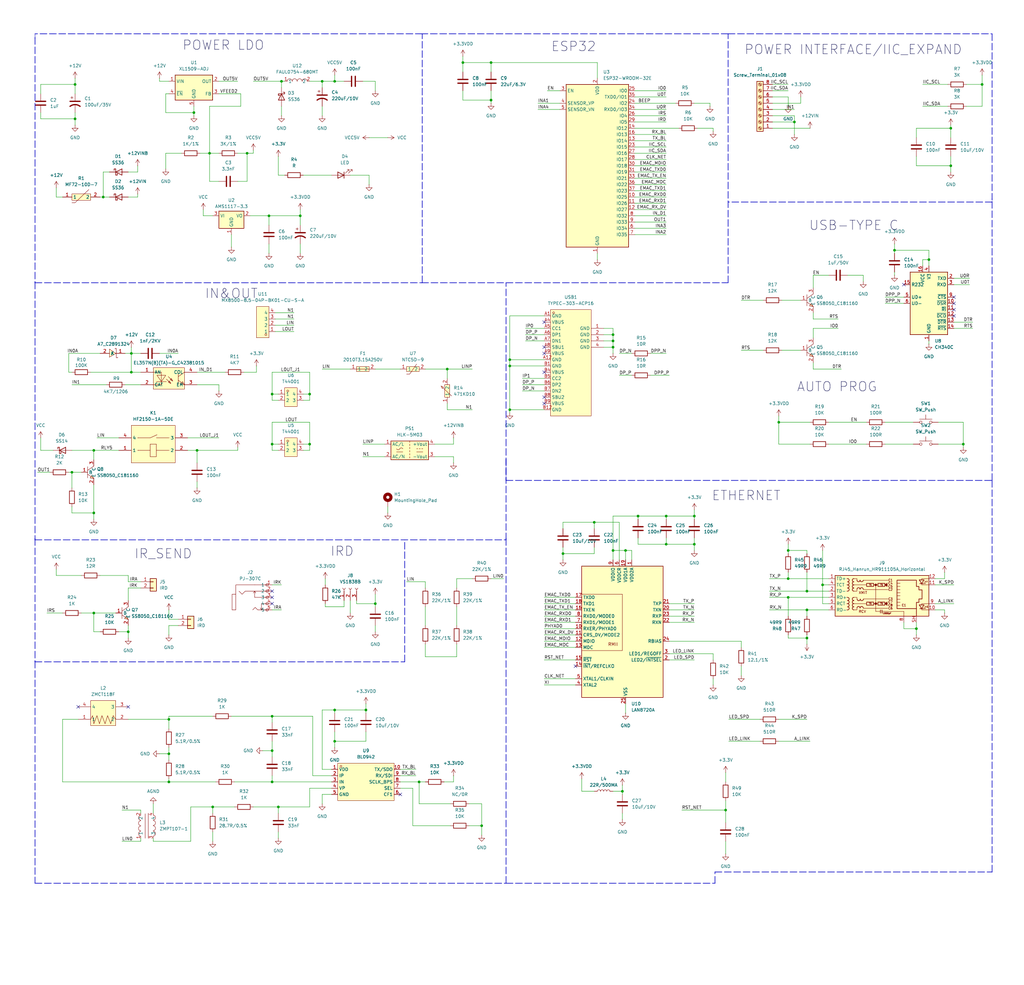
<source format=kicad_sch>
(kicad_sch (version 20250114) (generator "eeschema") (generator_version "9.0")
  (paper "User" 415.798 399.999)
  (lib_symbols
    (symbol "2010T3.15A250V:2010T3.15A250V"
      (property "Reference" "F" (at 0 5.08 0))
      (property "Value" "2010T3.15A250V" (at 0 -5.08 0))
      (symbol "2010T3.15A250V_0_1"
        (pin unspecified line (at -5.08 0 0) (length 2.54) (name "1") (number "1"))
        (pin unspecified line (at 5.08 0 180) (length 2.54) (name "2") (number "2"))
      )
    )
    (symbol "471KD10:471KD10"
      (property "Reference" "R" (at 0 5.08 0))
      (property "Value" "471KD10" (at 0 -5.08 0))
      (symbol "471KD10_0_1"
        (pin unspecified line (at -5.08 0 0) (length 2.54) (name "1") (number "1"))
        (pin unspecified line (at 5.08 0 180) (length 2.54) (name "2") (number "2"))
      )
    )
    (symbol "A7:A7_C2891324"
      (property "Reference" "D" (at 0 5.08 0))
      (property "Value" "A7_C2891324" (at 0 -5.08 0))
      (symbol "A7_C2891324_0_1"
        (pin unspecified line (at -5.08 0 0) (length 3.81) (name "K") (number "1"))
        (pin unspecified line (at 5.08 0 180) (length 3.81) (name "A") (number "2"))
      )
    )
    (symbol "BL0942:BL0942"
      (property "Reference" "U" (at 0 10.16 0))
      (property "Value" "BL0942" (at 0 -10.16 0))
      (symbol "BL0942_0_1"
        (pin unspecified line (at -13.97 5.08 0) (length 2.54) (name "VDD") (number "1"))
        (pin unspecified line (at -13.97 2.54 0) (length 2.54) (name "IP") (number "2"))
        (pin unspecified line (at -13.97 0 0) (length 2.54) (name "IN") (number "3"))
        (pin unspecified line (at -13.97 -2.54 0) (length 2.54) (name "VP") (number "4"))
        (pin unspecified line (at -13.97 -5.08 0) (length 2.54) (name "GND") (number "5"))
        (pin unspecified line (at 13.97 5.08 180) (length 2.54) (name "TX/SDO") (number "10"))
        (pin unspecified line (at 13.97 2.54 180) (length 2.54) (name "RX/SDI") (number "9"))
        (pin unspecified line (at 13.97 0 180) (length 2.54) (name "SCLK_BPS") (number "8"))
        (pin unspecified line (at 13.97 -2.54 180) (length 2.54) (name "SEL") (number "7"))
        (pin unspecified line (at 13.97 -5.08 180) (length 2.54) (name "CF1") (number "6"))
      )
    )
    (symbol "Connector:Conn_01x03_Socket" (pin_names (offset 1.016) (hide yes))
      (property "Reference" "J" (at 0 5.08 0))
      (property "Value" "Conn_01x03_Socket" (at 0 -5.08 0))
      (symbol "Conn_01x03_Socket_1_1"
        (pin passive line (at -5.08 2.54 0) (length 3.81) (name "Pin_1") (number "1"))
        (pin passive line (at -5.08 0 0) (length 3.81) (name "Pin_2") (number "2"))
        (pin passive line (at -5.08 -2.54 0) (length 3.81) (name "Pin_3") (number "3"))
      )
    )
    (symbol "Connector:RJ45_Hanrun_HR911105A_Horizontal"
      (property "Reference" "J" (at 18.415 10.16 0))
      (property "Value" "RJ45_Hanrun_HR911105A_Horizontal" (at -19.05 10.16 0))
      (symbol "RJ45_Hanrun_HR911105A_Horizontal_0_0"
        (text "XMIT" (at -8.255 1.905 0) (effects (font (size 1.016 1.016)) (justify left)))
        (text "RCV" (at -8.255 -5.715 0) (effects (font (size 1.016 1.016)) (justify left)))
        (text "C1" (at 4.699 6.985 0) (effects (font (size 0.889 0.889))))
        (text "C4" (at 4.699 5.715 0) (effects (font (size 0.889 0.889))))
        (text "C5" (at 4.699 4.445 0) (effects (font (size 0.889 0.889))))
        (text "C2" (at 4.699 3.175 0) (effects (font (size 0.889 0.889))))
        (text "C3" (at 4.699 -0.635 0) (effects (font (size 0.889 0.889))))
        (text "C7" (at 4.699 -1.905 0) (effects (font (size 0.889 0.889))))
        (text "C8" (at 4.699 -3.175 0) (effects (font (size 0.889 0.889))))
        (text "C6" (at 4.699 -4.445 0) (effects (font (size 0.889 0.889))))
        (text "C1" (at 10.16 -3.175 0) (effects (font (size 0.889 0.889))))
      )
      (symbol "RJ45_Hanrun_HR911105A_Horizontal_1_0"
        (text "1000pF" (at 3.302 -6.477 0) (effects (font (size 0.635 0.635))))
      )
      (symbol "RJ45_Hanrun_HR911105A_Horizontal_1_1"
        (text "75" (at -3.556 5.08 0) (effects (font (size 0.635 0.635))))
        (text "75" (at -3.556 -2.54 0) (effects (font (size 0.635 0.635))))
        (text "75" (at 1.016 5.08 0) (effects (font (size 0.635 0.635))))
        (text "75" (at 1.016 -2.54 0) (effects (font (size 0.635 0.635))))
        (text "Y" (at 19.558 6.35 0) (effects (font (size 0.635 0.635))))
        (text "G" (at 19.685 -3.81 0) (effects (font (size 0.635 0.635))))
        (pin passive line (at -20.32 7.62 0) (length 2.54) (name "TD+") (number "1"))
        (pin passive line (at -20.32 5.08 0) (length 2.54) (name "TCT") (number "4"))
        (pin passive line (at -20.32 2.54 0) (length 2.54) (name "TD-") (number "2"))
        (pin passive line (at -20.32 0 0) (length 2.54) (name "RD+") (number "3"))
        (pin passive line (at -20.32 -2.54 0) (length 2.54) (name "RCT") (number "5"))
        (pin passive line (at -20.32 -5.08 0) (length 2.54) (name "RD-") (number "6"))
        (pin power_in line (at 10.16 -10.16 90) (length 2.54) (name "") (number "8"))
        (pin passive line (at 15.24 -10.16 90) (length 2.54) (name "") (number "SH"))
        (pin no_connect line (at 20.32 0 0) (length 0) (hide yes) (name "NC") (number "7"))
        (pin passive line (at 22.86 7.62 180) (length 2.54) (name "") (number "12"))
        (pin passive line (at 22.86 5.08 180) (length 2.54) (name "") (number "11"))
        (pin passive line (at 22.86 -2.54 180) (length 2.54) (name "") (number "9"))
        (pin passive line (at 22.86 -5.08 180) (length 2.54) (name "") (number "10"))
      )
    )
    (symbol "Connector:Screw_Terminal_01x08" (pin_names (offset 1.016) (hide yes))
      (property "Reference" "J" (at 0 10.16 0))
      (property "Value" "Screw_Terminal_01x08" (at 0 -12.7 0))
      (symbol "Screw_Terminal_01x08_1_1"
        (pin passive line (at -5.08 7.62 0) (length 3.81) (name "Pin_1") (number "1"))
        (pin passive line (at -5.08 5.08 0) (length 3.81) (name "Pin_2") (number "2"))
        (pin passive line (at -5.08 2.54 0) (length 3.81) (name "Pin_3") (number "3"))
        (pin passive line (at -5.08 0 0) (length 3.81) (name "Pin_4") (number "4"))
        (pin passive line (at -5.08 -2.54 0) (length 3.81) (name "Pin_5") (number "5"))
        (pin passive line (at -5.08 -5.08 0) (length 3.81) (name "Pin_6") (number "6"))
        (pin passive line (at -5.08 -7.62 0) (length 3.81) (name "Pin_7") (number "7"))
        (pin passive line (at -5.08 -10.16 0) (length 3.81) (name "Pin_8") (number "8"))
      )
    )
    (symbol "Connector_Generic:Conn_01x02" (pin_names (offset 1.016) (hide yes))
      (property "Reference" "J" (at 0 2.54 0))
      (property "Value" "Conn_01x02" (at 0 -5.08 0))
      (symbol "Conn_01x02_1_1"
        (pin passive line (at -5.08 0 0) (length 3.81) (name "Pin_1") (number "1"))
        (pin passive line (at -5.08 -2.54 0) (length 3.81) (name "Pin_2") (number "2"))
      )
    )
    (symbol "Converter_ACDC:HLK-5M03"
      (property "Reference" "PS" (at 0 5.08 0))
      (property "Value" "HLK-5M03" (at 0 -5.08 0))
      (symbol "HLK-5M03_1_1"
        (pin power_in line (at -10.16 2.54 0) (length 2.54) (name "AC/L") (number "1"))
        (pin power_in line (at -10.16 -2.54 0) (length 2.54) (name "AC/N") (number "2"))
        (pin power_out line (at 10.16 2.54 180) (length 2.54) (name "+Vout") (number "4"))
        (pin power_out line (at 10.16 -2.54 180) (length 2.54) (name "-Vout") (number "3"))
      )
    )
    (symbol "Device:C" (pin_numbers (hide yes)) (pin_names (offset 0.254))
      (property "Reference" "C" (at 0.635 2.54 0))
      (property "Value" "C" (at 0.635 -2.54 0))
      (symbol "C_1_1"
        (pin passive line (at 0 3.81 270) (length 2.794) (name "~") (number "1"))
        (pin passive line (at 0 -3.81 90) (length 2.794) (name "~") (number "2"))
      )
    )
    (symbol "Device:C_Polarized_US" (pin_numbers (hide yes)) (pin_names (offset 0.254) (hide yes))
      (property "Reference" "C" (at 0.635 2.54 0))
      (property "Value" "C_Polarized_US" (at 0.635 -2.54 0))
      (symbol "C_Polarized_US_1_1"
        (pin passive line (at 0 3.81 270) (length 2.794) (name "~") (number "1"))
        (pin passive line (at 0 -3.81 90) (length 3.302) (name "~") (number "2"))
      )
    )
    (symbol "Device:L" (pin_numbers (hide yes)) (pin_names (offset 1.016) (hide yes))
      (property "Reference" "L" (at -1.27 0 90))
      (property "Value" "L" (at 1.905 0 90))
      (symbol "L_1_1"
        (pin passive line (at 0 3.81 270) (length 1.27) (name "1") (number "1"))
        (pin passive line (at 0 -3.81 90) (length 1.27) (name "2") (number "2"))
      )
    )
    (symbol "Device:LED" (pin_numbers (hide yes)) (pin_names (offset 1.016) (hide yes))
      (property "Reference" "D" (at 0 2.54 0))
      (property "Value" "LED" (at 0 -2.54 0))
      (symbol "LED_1_1"
        (pin passive line (at -3.81 0 0) (length 2.54) (name "K") (number "1"))
        (pin passive line (at 3.81 0 180) (length 2.54) (name "A") (number "2"))
      )
    )
    (symbol "Device:R" (pin_numbers (hide yes)) (pin_names (offset 0))
      (property "Reference" "R" (at 2.032 0 90))
      (property "Value" "R" (at 0 0 90))
      (symbol "R_1_1"
        (pin passive line (at 0 3.81 270) (length 1.27) (name "~") (number "1"))
        (pin passive line (at 0 -3.81 90) (length 1.27) (name "~") (number "2"))
      )
    )
    (symbol "Diode:SS14" (pin_numbers (hide yes)) (pin_names (offset 1.016) (hide yes))
      (property "Reference" "D" (at 0 2.54 0))
      (property "Value" "SS14" (at 0 -2.54 0))
      (symbol "SS14_1_1"
        (pin passive line (at -3.81 0 0) (length 2.54) (name "K") (number "1"))
        (pin passive line (at 3.81 0 180) (length 2.54) (name "A") (number "2"))
      )
    )
    (symbol "Diode:SS36" (pin_numbers (hide yes)) (pin_names (offset 1.016) (hide yes))
      (property "Reference" "D" (at 0 2.54 0))
      (property "Value" "SS36" (at 0 -2.54 0))
      (symbol "SS36_1_1"
        (pin passive line (at -3.81 0 0) (length 2.54) (name "K") (number "1"))
        (pin passive line (at 3.81 0 180) (length 2.54) (name "A") (number "2"))
      )
    )
    (symbol "EL357:EL357N(B)(TA)-G_C42381015"
      (property "Reference" "U" (at 0 7.62 0))
      (property "Value" "EL357N(B)(TA)-G_C42381015" (at 0 -7.62 0))
      (symbol "EL357N(B)(TA)-G_C42381015_0_1"
        (pin unspecified line (at -12.7 2.54 0) (length 5.08) (name "AN") (number "1"))
        (pin unspecified line (at -12.7 -2.54 0) (length 5.08) (name "CAT") (number "2"))
        (pin unspecified line (at 10.16 2.54 180) (length 5.08) (name "COL") (number "4"))
        (pin unspecified line (at 10.16 -2.54 180) (length 5.08) (name "EM") (number "3"))
      )
    )
    (symbol "FAUL0754-680MT:FAUL0754-680MT"
      (property "Reference" "U" (at 0 5.08 0))
      (property "Value" "FAUL0754-680MT" (at 0 -5.08 0))
      (symbol "FAUL0754-680MT_0_1"
        (pin unspecified line (at -5.08 0 0) (length 1.016) (name "1") (number "1"))
        (pin unspecified line (at 5.08 0 180) (length 1.016) (name "2") (number "2"))
      )
    )
    (symbol "HF2150-1A-5DE:HF2150-1A-5DE"
      (property "Reference" "K" (at 0 7.62 0))
      (property "Value" "HF2150-1A-5DE" (at 0 -7.62 0))
      (symbol "HF2150-1A-5DE_0_1"
        (pin input line (at -15.24 2.54 0) (length 5.08) (name "4") (number "4"))
        (pin input line (at -15.24 -2.54 0) (length 5.08) (name "1") (number "1"))
        (pin input line (at 12.7 2.54 180) (length 5.08) (name "3") (number "3"))
        (pin input line (at 12.7 -2.54 180) (length 5.08) (name "2") (number "2"))
      )
    )
    (symbol "Interface_Ethernet:LAN8720A"
      (property "Reference" "U" (at -13.97 29.21 0))
      (property "Value" "LAN8720A" (at 15.24 29.21 0))
      (symbol "LAN8720A_0_0"
        (text "RMII" (at -5.08 -3.81 0) (effects (font (size 1.27 1.27))))
      )
      (symbol "LAN8720A_1_1"
        (pin input line (at -20.32 15.24 0) (length 2.54) (name "TXD0") (number "17"))
        (pin input line (at -20.32 12.7 0) (length 2.54) (name "TXD1") (number "18"))
        (pin input line (at -20.32 10.16 0) (length 2.54) (name "TXEN") (number "16"))
        (pin bidirectional line (at -20.32 7.62 0) (length 2.54) (name "RXD0/MODE0") (number "8"))
        (pin bidirectional line (at -20.32 5.08 0) (length 2.54) (name "RXD1/MODE1") (number "7"))
        (pin output line (at -20.32 2.54 0) (length 2.54) (name "RXER/PHYAD0") (number "10"))
        (pin bidirectional line (at -20.32 0 0) (length 2.54) (name "CRS_DV/MODE2") (number "11"))
        (pin bidirectional line (at -20.32 -2.54 0) (length 2.54) (name "MDIO") (number "12"))
        (pin input line (at -20.32 -5.08 0) (length 2.54) (name "MDC") (number "13"))
        (pin input line (at -20.32 -10.16 0) (length 2.54) (name "~{RST}") (number "15"))
        (pin output line (at -20.32 -12.7 0) (length 2.54) (name "~{INT}/REFCLKO") (number "14"))
        (pin input line (at -20.32 -17.78 0) (length 2.54) (name "XTAL1/CLKIN") (number "5"))
        (pin output line (at -20.32 -20.32 0) (length 2.54) (name "XTAL2") (number "4"))
        (pin power_in line (at -5.08 30.48 270) (length 2.54) (name "VDDIO") (number "9"))
        (pin power_in line (at -2.54 30.48 270) (length 2.54) (name "VDDCR") (number "6"))
        (pin power_in line (at 0 30.48 270) (length 2.54) (name "VDD1A") (number "19"))
        (pin power_in line (at 0 -27.94 90) (length 2.54) (name "VSS") (number "25"))
        (pin power_in line (at 2.54 30.48 270) (length 2.54) (name "VDD2A") (number "1"))
        (pin bidirectional line (at 17.78 12.7 180) (length 2.54) (name "TXP") (number "21"))
        (pin bidirectional line (at 17.78 10.16 180) (length 2.54) (name "TXN") (number "20"))
        (pin bidirectional line (at 17.78 7.62 180) (length 2.54) (name "RXP") (number "23"))
        (pin bidirectional line (at 17.78 5.08 180) (length 2.54) (name "RXN") (number "22"))
        (pin passive line (at 17.78 -2.54 180) (length 2.54) (name "RBIAS") (number "24"))
        (pin bidirectional line (at 17.78 -7.62 180) (length 2.54) (name "LED1/REGOFF") (number "3"))
        (pin bidirectional line (at 17.78 -10.16 180) (length 2.54) (name "LED2/~{INTSEL}") (number "2"))
      )
    )
    (symbol "Interface_USB:CH340C"
      (property "Reference" "U" (at -5.08 13.97 0))
      (property "Value" "CH340C" (at 1.27 13.97 0))
      (symbol "CH340C_1_1"
        (pin input line (at -10.16 7.62 0) (length 2.54) (name "R232") (number "15"))
        (pin bidirectional line (at -10.16 2.54 0) (length 2.54) (name "UD+") (number "5"))
        (pin bidirectional line (at -10.16 0 0) (length 2.54) (name "UD-") (number "6"))
        (pin no_connect line (at -7.62 -5.08 0) (length 2.54) (hide yes) (name "NC") (number "7"))
        (pin no_connect line (at -7.62 -7.62 0) (length 2.54) (hide yes) (name "NC") (number "8"))
        (pin power_in line (at -2.54 15.24 270) (length 2.54) (name "VCC") (number "16"))
        (pin power_out line (at 0 15.24 270) (length 2.54) (name "V3") (number "4"))
        (pin power_in line (at 0 -15.24 90) (length 2.54) (name "GND") (number "1"))
        (pin output line (at 10.16 10.16 180) (length 2.54) (name "TXD") (number "2"))
        (pin input line (at 10.16 7.62 180) (length 2.54) (name "RXD") (number "3"))
        (pin input line (at 10.16 2.54 180) (length 2.54) (name "~{CTS}") (number "9"))
        (pin input line (at 10.16 0 180) (length 2.54) (name "~{DSR}") (number "10"))
        (pin input line (at 10.16 -2.54 180) (length 2.54) (name "~{RI}") (number "11"))
        (pin input line (at 10.16 -5.08 180) (length 2.54) (name "~{DCD}") (number "12"))
        (pin output line (at 10.16 -7.62 180) (length 2.54) (name "~{DTR}") (number "13"))
        (pin output line (at 10.16 -10.16 180) (length 2.54) (name "~{RTS}") (number "14"))
      )
    )
    (symbol "MX8500:MX8500-8.5-04P-BK01-CU-S-A"
      (property "Reference" "U" (at 0 8.89 0))
      (property "Value" "MX8500-8.5-04P-BK01-CU-S-A" (at 0 -8.89 0))
      (symbol "MX8500-8.5-04P-BK01-CU-S-A_0_1"
        (pin unspecified line (at -5.08 3.81 0) (length 2.54) (name "1") (number "1"))
        (pin unspecified line (at -5.08 1.27 0) (length 2.54) (name "2") (number "2"))
        (pin unspecified line (at -5.08 -1.27 0) (length 2.54) (name "3") (number "3"))
        (pin unspecified line (at -5.08 -3.81 0) (length 2.54) (name "4") (number "4"))
      )
    )
    (symbol "Mechanical:MountingHole_Pad" (pin_numbers (hide yes)) (pin_names (offset 1.016) (hide yes)) (in_bom no)
      (property "Reference" "H" (at 0 6.35 0))
      (property "Value" "MountingHole_Pad" (at 0 4.445 0))
      (symbol "MountingHole_Pad_1_1"
        (pin input line (at 0 -2.54 90) (length 2.54) (name "1") (number "1"))
      )
    )
    (symbol "NTC10D:MF72-10D-7"
      (property "Reference" "R" (at 0 5.08 0))
      (property "Value" "MF72-10D-7" (at 0 -5.08 0))
      (symbol "MF72-10D-7_0_1"
        (pin unspecified line (at -7.62 0 0) (length 3.81) (name "1") (number "1"))
        (pin unspecified line (at 7.62 0 180) (length 3.81) (name "2") (number "2"))
      )
    )
    (symbol "NTC5D-9:NTC5D-9"
      (property "Reference" "U" (at 0 5.08 0))
      (property "Value" "NTC5D-9" (at 0 -5.08 0))
      (symbol "NTC5D-9_0_1"
        (pin unspecified line (at -5.08 0 0) (length 2.54) (name "1") (number "1"))
        (pin unspecified line (at 5.08 0 180) (length 2.54) (name "2") (number "2"))
      )
    )
    (symbol "PJ-307C_1"
      (property "Reference" "J" (at 0 8.89 0))
      (property "Value" "PJ-307C" (at 0 -11.43 0))
      (symbol "PJ-307C_1_0_1"
        (pin input line (at 7.62 3.81 180) (length 2.54) (name "1") (number "1"))
        (pin input line (at 7.62 1.27 180) (length 2.54) (name "2") (number "2"))
        (pin input line (at 7.62 -1.27 180) (length 2.54) (name "3") (number "3"))
        (pin input line (at 7.62 -3.81 180) (length 2.54) (name "4") (number "4"))
        (pin input line (at 7.62 -6.35 180) (length 2.54) (name "5") (number "5"))
      )
    )
    (symbol "RF_Module:ESP32-WROOM-32E"
      (property "Reference" "U" (at -12.7 34.29 0))
      (property "Value" "ESP32-WROOM-32E" (at 1.27 34.29 0))
      (symbol "ESP32-WROOM-32E_1_1"
        (pin input line (at -15.24 30.48 0) (length 2.54) (name "EN") (number "3"))
        (pin input line (at -15.24 25.4 0) (length 2.54) (name "SENSOR_VP") (number "4"))
        (pin input line (at -15.24 22.86 0) (length 2.54) (name "SENSOR_VN") (number "5"))
        (pin no_connect line (at -12.7 0 0) (length 2.54) (hide yes) (name "NC") (number "21"))
        (pin no_connect line (at -12.7 -2.54 0) (length 2.54) (hide yes) (name "NC") (number "22"))
        (pin no_connect line (at -12.7 -5.08 0) (length 2.54) (hide yes) (name "NC") (number "17"))
        (pin no_connect line (at -12.7 -7.62 0) (length 2.54) (hide yes) (name "NC") (number "18"))
        (pin no_connect line (at -12.7 -10.16 0) (length 2.54) (hide yes) (name "NC") (number "20"))
        (pin no_connect line (at -12.7 -12.7 0) (length 2.54) (hide yes) (name "NC") (number "19"))
        (pin no_connect line (at -12.7 -27.94 0) (length 2.54) (hide yes) (name "NC") (number "32"))
        (pin power_in line (at 0 35.56 270) (length 2.54) (name "VDD") (number "2"))
        (pin power_in line (at 0 -35.56 90) (length 2.54) (name "GND") (number "1"))
        (pin passive line (at 0 -35.56 90) (length 2.54) (hide yes) (name "GND") (number "15"))
        (pin passive line (at 0 -35.56 90) (length 2.54) (hide yes) (name "GND") (number "38"))
        (pin passive line (at 0 -35.56 90) (length 2.54) (hide yes) (name "GND") (number "39"))
        (pin bidirectional line (at 15.24 30.48 180) (length 2.54) (name "IO0") (number "25"))
        (pin bidirectional line (at 15.24 27.94 180) (length 2.54) (name "TXD0/IO1") (number "35"))
        (pin bidirectional line (at 15.24 25.4 180) (length 2.54) (name "IO2") (number "24"))
        (pin bidirectional line (at 15.24 22.86 180) (length 2.54) (name "RXD0/IO3") (number "34"))
        (pin bidirectional line (at 15.24 20.32 180) (length 2.54) (name "IO4") (number "26"))
        (pin bidirectional line (at 15.24 17.78 180) (length 2.54) (name "IO5") (number "29"))
        (pin bidirectional line (at 15.24 15.24 180) (length 2.54) (name "IO12") (number "14"))
        (pin bidirectional line (at 15.24 12.7 180) (length 2.54) (name "IO13") (number "16"))
        (pin bidirectional line (at 15.24 10.16 180) (length 2.54) (name "IO14") (number "13"))
        (pin bidirectional line (at 15.24 7.62 180) (length 2.54) (name "IO15") (number "23"))
        (pin bidirectional line (at 15.24 5.08 180) (length 2.54) (name "IO16") (number "27"))
        (pin bidirectional line (at 15.24 2.54 180) (length 2.54) (name "IO17") (number "28"))
        (pin bidirectional line (at 15.24 0 180) (length 2.54) (name "IO18") (number "30"))
        (pin bidirectional line (at 15.24 -2.54 180) (length 2.54) (name "IO19") (number "31"))
        (pin bidirectional line (at 15.24 -5.08 180) (length 2.54) (name "IO21") (number "33"))
        (pin bidirectional line (at 15.24 -7.62 180) (length 2.54) (name "IO22") (number "36"))
        (pin bidirectional line (at 15.24 -10.16 180) (length 2.54) (name "IO23") (number "37"))
        (pin bidirectional line (at 15.24 -12.7 180) (length 2.54) (name "IO25") (number "10"))
        (pin bidirectional line (at 15.24 -15.24 180) (length 2.54) (name "IO26") (number "11"))
        (pin bidirectional line (at 15.24 -17.78 180) (length 2.54) (name "IO27") (number "12"))
        (pin bidirectional line (at 15.24 -20.32 180) (length 2.54) (name "IO32") (number "8"))
        (pin bidirectional line (at 15.24 -22.86 180) (length 2.54) (name "IO33") (number "9"))
        (pin input line (at 15.24 -25.4 180) (length 2.54) (name "IO34") (number "6"))
        (pin input line (at 15.24 -27.94 180) (length 2.54) (name "IO35") (number "7"))
      )
    )
    (symbol "Regulator_Linear:AMS1117-3.3"
      (property "Reference" "U" (at -3.81 3.175 0))
      (property "Value" "AMS1117-3.3" (at 0 3.175 0))
      (symbol "AMS1117-3.3_1_1"
        (pin power_in line (at -7.62 0 0) (length 2.54) (name "VI") (number "3"))
        (pin power_in line (at 0 -7.62 90) (length 2.54) (name "GND") (number "1"))
        (pin power_out line (at 7.62 0 180) (length 2.54) (name "VO") (number "2"))
      )
    )
    (symbol "Regulator_Switching:XL1509-ADJ"
      (property "Reference" "U" (at -7.112 6.096 0))
      (property "Value" "XL1509-ADJ" (at 5.842 6.096 0))
      (symbol "XL1509-ADJ_1_1"
        (pin power_in line (at -10.16 2.54 0) (length 2.54) (name "VIN") (number "1"))
        (pin input line (at -10.16 -2.54 0) (length 2.54) (name "~{EN}") (number "4"))
        (pin power_in line (at 0 -7.62 90) (length 2.54) (name "GND") (number "5"))
        (pin passive line (at 0 -7.62 90) (length 2.54) (hide yes) (name "GND") (number "6"))
        (pin passive line (at 0 -7.62 90) (length 2.54) (hide yes) (name "GND") (number "7"))
        (pin passive line (at 0 -7.62 90) (length 2.54) (hide yes) (name "GND") (number "8"))
        (pin power_out line (at 10.16 2.54 180) (length 2.54) (name "OUT") (number "2"))
        (pin input line (at 10.16 -2.54 180) (length 2.54) (name "FB") (number "3"))
      )
    )
    (symbol "SS8050:SS8050_C181160"
      (property "Reference" "Q" (at 0 10.16 0))
      (property "Value" "SS8050_C181160" (at 0 -10.16 0))
      (symbol "SS8050_C181160_0_1"
        (pin input line (at -2.54 0 0) (length 2.54) (name "B") (number "1"))
        (pin input line (at 2.54 5.08 270) (length 2.54) (name "C") (number "3"))
        (pin input line (at 2.54 -5.08 90) (length 2.54) (name "E") (number "2"))
      )
    )
    (symbol "Switch:SW_Push" (pin_numbers (hide yes)) (pin_names (offset 1.016) (hide yes))
      (property "Reference" "SW" (at 1.27 2.54 0))
      (property "Value" "SW_Push" (at 0 -1.524 0))
      (symbol "SW_Push_0_1"
        (pin passive line (at -5.08 0 0) (length 2.54) (name "1") (number "1"))
        (pin passive line (at 5.08 0 180) (length 2.54) (name "2") (number "2"))
      )
    )
    (symbol "T44001:T44001"
      (property "Reference" "U" (at 0 6.35 0))
      (property "Value" "T44001" (at 0 -6.35 0))
      (symbol "T44001_0_1"
        (pin unspecified line (at -5.08 1.27 0) (length 2.54) (name "1") (number "1"))
        (pin unspecified line (at -5.08 -1.27 0) (length 2.54) (name "2") (number "2"))
        (pin unspecified line (at 5.08 1.27 180) (length 2.54) (name "4") (number "4"))
        (pin unspecified line (at 5.08 -1.27 180) (length 2.54) (name "3") (number "3"))
      )
    )
    (symbol "TYPEC-303-ACP16:TYPEC-303-ACP16"
      (property "Reference" "USB" (at 0 24.13 0))
      (property "Value" "TYPEC-303-ACP16" (at 0 -24.13 0))
      (symbol "TYPEC-303-ACP16_0_1"
        (pin unspecified line (at -7.62 19.05 0) (length 2.54) (name "GND") (number "A1"))
        (pin unspecified line (at -7.62 16.51 0) (length 2.54) (name "VBUS") (number "A4"))
        (pin unspecified line (at -7.62 13.97 0) (length 2.54) (name "CC1") (number "A5"))
        (pin unspecified line (at -7.62 11.43 0) (length 2.54) (name "DP1") (number "A6"))
        (pin unspecified line (at -7.62 8.89 0) (length 2.54) (name "DN1") (number "A7"))
        (pin unspecified line (at -7.62 6.35 0) (length 2.54) (name "SBU1") (number "A8"))
        (pin unspecified line (at -7.62 3.81 0) (length 2.54) (name "VBUS") (number "A9"))
        (pin unspecified line (at -7.62 1.27 0) (length 2.54) (name "GND") (number "A12"))
        (pin unspecified line (at -7.62 -1.27 0) (length 2.54) (name "GND") (number "B1"))
        (pin unspecified line (at -7.62 -3.81 0) (length 2.54) (name "VBUS") (number "B4"))
        (pin unspecified line (at -7.62 -6.35 0) (length 2.54) (name "CC2") (number "B5"))
        (pin unspecified line (at -7.62 -8.89 0) (length 2.54) (name "DP2") (number "B6"))
        (pin unspecified line (at -7.62 -11.43 0) (length 2.54) (name "DN2") (number "B7"))
        (pin unspecified line (at -7.62 -13.97 0) (length 2.54) (name "SBU2") (number "B8"))
        (pin unspecified line (at -7.62 -16.51 0) (length 2.54) (name "VBUS") (number "B9"))
        (pin unspecified line (at -7.62 -19.05 0) (length 2.54) (name "GND") (number "B12"))
        (pin unspecified line (at 16.51 13.97 180) (length 5.08) (name "GND") (number "1"))
        (pin unspecified line (at 16.51 11.43 180) (length 5.08) (name "GND") (number "2"))
        (pin unspecified line (at 16.51 8.89 180) (length 5.08) (name "GND") (number "3"))
        (pin unspecified line (at 16.51 6.35 180) (length 5.08) (name "GND") (number "4"))
      )
    )
    (symbol "ZMCT118F:ZMCT118F"
      (property "Reference" "L" (at 0 7.62 0))
      (property "Value" "ZMCT118F" (at 0 -7.62 0))
      (symbol "ZMCT118F_0_1"
        (pin unspecified line (at -10.16 2.54 0) (length 5.08) (name "4") (number "4"))
        (pin unspecified line (at -10.16 -2.54 0) (length 5.08) (name "1") (number "1"))
        (pin unspecified line (at 10.16 2.54 180) (length 5.08) (name "3") (number "3"))
        (pin unspecified line (at 10.16 -2.54 180) (length 5.08) (name "2") (number "2"))
      )
    )
    (symbol "ZMPT107-1:ZMPT107-1"
      (property "Reference" "L" (at 0 7.62 0))
      (property "Value" "ZMPT107-1" (at 0 -7.62 0))
      (symbol "ZMPT107-1_0_1"
        (pin unspecified line (at -5.08 2.54 0) (length 0.762) (name "1") (number "1"))
        (pin unspecified line (at -5.08 -2.54 0) (length 0.762) (name "3") (number "3"))
        (pin unspecified line (at 5.08 2.54 180) (length 0.762) (name "2") (number "2"))
        (pin unspecified line (at 5.08 -2.54 180) (length 0.762) (name "4") (number "4"))
      )
    )
    (symbol "power:+12V" (power) (pin_numbers (hide yes)) (pin_names (offset 0) (hide yes))
      (property "Value" "+12V" (at 0 3.556 0))
      (symbol "+12V_1_1"
        (pin power_in line (at 0 0 90) (length 0) (name "~") (number "1"))
      )
    )
    (symbol "power:+3.3V" (power) (pin_numbers (hide yes)) (pin_names (offset 0) (hide yes))
      (property "Value" "+3.3V" (at 0 3.556 0))
      (symbol "+3.3V_1_1"
        (pin power_in line (at 0 0 90) (length 0) (name "~") (number "1"))
      )
    )
    (symbol "power:GND" (power) (pin_numbers (hide yes)) (pin_names (offset 0) (hide yes))
      (property "Value" "GND" (at 0 -3.81 0))
      (symbol "GND_1_1"
        (pin power_in line (at 0 0 270) (length 0) (name "~") (number "1"))
      )
    )
    (symbol "power:VCC" (power) (pin_numbers (hide yes)) (pin_names (offset 0) (hide yes))
      (property "Value" "VCC" (at 0 3.556 0))
      (symbol "VCC_1_1"
        (pin power_in line (at 0 0 90) (length 0) (name "~") (number "1"))
      )
    )
  )
  (text "POWER LDO\n" (at 90.678 18.542 0) (effects (font (size 3.81 3.81))))
  (text "AUTO PROG" (at 339.852 157.226 0) (effects (font (size 3.81 3.81))))
  (text "POWER INTERFACE/IIC_EXPAND\n" (at 346.456 20.32 0) (effects (font (size 3.81 3.81))))
  (text "IRD" (at 138.938 224.028 0) (effects (font (size 3.81 3.81))))
  (text "ETHERNET" (at 303.022 201.422 0) (effects (font (size 3.81 3.81))))
  (text "USB-TYPE C" (at 346.71 91.694 0) (effects (font (size 3.81 3.81))))
  (text "IR_SEND" (at 66.294 225.044 0) (effects (font (size 3.81 3.81))))
  (text "ESP32" (at 232.918 19.05 0) (effects (font (size 3.81 3.81))))
  (text "IN&OUT" (at 93.98 119.38 0) (effects (font (size 3.81 3.81))))
  (junction (at 135.89 300.99))
  (junction (at 110.49 160.02))
  (junction (at 248.92 138.43))
  (junction (at 363.22 101.6))
  (junction (at 241.3 212.09))
  (junction (at 281.94 209.55))
  (junction (at 125.73 160.02))
  (junction (at 320.04 223.52))
  (junction (at 125.73 180.34))
  (junction (at 259.08 209.55))
  (junction (at 114.3 33.02))
  (junction (at 270.51 220.98))
  (junction (at 85.09 62.23))
  (junction (at 110.49 304.8))
  (junction (at 121.92 87.63))
  (junction (at 334.01 237.49))
  (junction (at 207.01 166.37))
  (junction (at 207.01 146.05))
  (junction (at 207.01 148.59))
  (junction (at 327.66 247.65))
  (junction (at 110.49 317.5))
  (junction (at 187.96 25.4))
  (junction (at 100.33 62.23))
  (junction (at 80.01 182.88))
  (junction (at 110.49 290.83))
  (junction (at 109.22 87.63))
  (junction (at 68.58 317.5))
  (junction (at 130.81 33.02))
  (junction (at 30.48 48.26))
  (junction (at 78.74 45.72))
  (junction (at 135.89 33.02))
  (junction (at 53.34 151.13))
  (junction (at 152.4 245.11))
  (junction (at 391.16 180.34))
  (junction (at 29.21 191.77))
  (junction (at 113.03 327.66))
  (junction (at 68.58 292.1))
  (junction (at 148.59 288.29))
  (junction (at 322.58 49.53))
  (junction (at 386.08 52.07))
  (junction (at 386.08 67.31))
  (junction (at 195.58 335.28))
  (junction (at 372.11 255.27))
  (junction (at 199.39 25.4))
  (junction (at 135.89 288.29))
  (junction (at 38.1 208.28))
  (junction (at 41.91 80.01))
  (junction (at 320.04 234.95))
  (junction (at 170.18 317.5))
  (junction (at 86.36 327.66))
  (junction (at 281.94 220.98))
  (junction (at 320.04 242.57))
  (junction (at 254 223.52))
  (junction (at 53.34 143.51))
  (junction (at 38.1 182.88))
  (junction (at 294.64 328.93))
  (junction (at 252.73 321.31))
  (junction (at 248.92 135.89))
  (junction (at 68.58 306.07))
  (junction (at 110.49 180.34))
  (junction (at 248.92 223.52))
  (junction (at 199.39 40.64))
  (junction (at 327.66 240.03))
  (junction (at 30.48 34.29))
  (junction (at 38.1 248.92))
  (junction (at 181.61 149.86))
  (junction (at 398.78 34.29))
  (junction (at 316.23 171.45))
  (junction (at 270.51 209.55))
  (junction (at 327.66 259.08))
  (junction (at 377.19 105.41))
  (junction (at 52.07 256.54))
  (junction (at 228.6 224.79))
  (junction (at 248.92 140.97))
  (no_connect (at 387.35 123.19))
  (no_connect (at 220.98 151.13))
  (no_connect (at 110.49 242.57))
  (no_connect (at 387.35 125.73))
  (no_connect (at 220.98 130.81))
  (no_connect (at 162.56 322.58))
  (no_connect (at 387.35 120.65))
  (no_connect (at 233.68 270.51))
  (no_connect (at 110.49 240.03))
  (no_connect (at 110.49 245.11))
  (no_connect (at 387.35 128.27))
  (no_connect (at 367.03 115.57))
  (no_connect (at 52.07 287.02))
  (no_connect (at 220.98 163.83))
  (no_connect (at 220.98 140.97))
  (no_connect (at 220.98 161.29))
  (no_connect (at 220.98 143.51))
  (no_connect (at 31.75 287.02))
  (wire (pts (xy 29.21 205.74) (xy 29.21 208.28)))
  (wire (pts (xy 336.55 245.11) (xy 334.01 245.11)))
  (wire (pts (xy 281.94 220.98) (xy 281.94 218.44)))
  (wire (pts (xy 68.58 303.53) (xy 68.58 306.07)))
  (wire (pts (xy 294.64 313.69) (xy 294.64 317.5)))
  (wire (pts (xy 233.68 242.57) (xy 220.98 242.57)))
  (wire (pts (xy 372.11 252.73) (xy 372.11 255.27)))
  (wire (pts (xy 110.49 160.02) (xy 113.03 160.02)))
  (wire (pts (xy 127 314.96) (xy 134.62 314.96)))
  (wire (pts (xy 228.6 212.09) (xy 241.3 212.09)))
  (wire (pts (xy 29.21 151.13) (xy 27.94 151.13)))
  (wire (pts (xy 33.02 248.92) (xy 38.1 248.92)))
  (wire (pts (xy 320.04 242.57) (xy 320.04 250.19)))
  (wire (pts (xy 139.7 243.84) (xy 139.7 246.38)))
  (wire (pts (xy 379.73 234.95) (xy 383.54 234.95)))
  (wire (pts (xy 111.76 127) (xy 119.38 127)))
  (wire (pts (xy 55.88 78.74) (xy 55.88 80.01)))
  (wire (pts (xy 25.4 292.1) (xy 25.4 317.5)))
  (wire (pts (xy 125.73 182.88) (xy 123.19 182.88)))
  (wire (pts (xy 359.41 123.19) (xy 367.03 123.19)))
  (wire (pts (xy 176.53 180.34) (xy 184.15 180.34)))
  (wire (pts (xy 350.52 111.76) (xy 350.52 114.3)))
  (wire (pts (xy 135.89 300.99) (xy 135.89 303.53)))
  (wire (pts (xy 113.03 162.56) (xy 110.49 162.56)))
  (wire (pts (xy 233.68 257.81) (xy 220.98 257.81)))
  (wire (pts (xy 102.87 327.66) (xy 113.03 327.66)))
  (wire (pts (xy 387.35 113.03) (xy 393.7 113.03)))
  (wire (pts (xy 377.19 107.95) (xy 377.19 105.41)))
  (wire (pts (xy 110.49 237.49) (xy 114.3 237.49)))
  (wire (pts (xy 22.86 233.68) (xy 33.02 233.68)))
  (wire (pts (xy 113.03 63.5) (xy 113.03 71.12)))
  (wire (pts (xy 248.92 209.55) (xy 259.08 209.55)))
  (wire (pts (xy 110.49 317.5) (xy 110.49 314.96)))
  (wire (pts (xy 359.41 171.45) (xy 370.84 171.45)))
  (wire (pts (xy 256.54 223.52) (xy 254 223.52)))
  (wire (pts (xy 212.09 158.75) (xy 220.98 158.75)))
  (wire (pts (xy 327.66 247.65) (xy 327.66 250.19)))
  (wire (pts (xy 68.58 292.1) (xy 68.58 295.91)))
  (wire (pts (xy 16.51 38.1) (xy 16.51 34.29)))
  (wire (pts (xy 148.59 297.18) (xy 148.59 300.99)))
  (wire (pts (xy 300.99 270.51) (xy 300.99 274.32)))
  (wire (pts (xy 259.08 218.44) (xy 259.08 220.98)))
  (wire (pts (xy 281.94 220.98) (xy 281.94 223.52)))
  (wire (pts (xy 334.01 237.49) (xy 336.55 237.49)))
  (wire (pts (xy 207.01 148.59) (xy 207.01 166.37)))
  (wire (pts (xy 181.61 166.37) (xy 191.77 166.37)))
  (wire (pts (xy 110.49 180.34) (xy 113.03 180.34)))
  (wire (pts (xy 19.05 248.92) (xy 25.4 248.92)))
  (wire (pts (xy 125.73 171.45) (xy 125.73 180.34)))
  (wire (pts (xy 132.08 245.11) (xy 132.08 246.38)))
  (wire (pts (xy 181.61 163.83) (xy 181.61 166.37)))
  (wire (pts (xy 374.65 105.41) (xy 377.19 105.41)))
  (wire (pts (xy 152.4 33.02) (xy 152.4 36.83)))
  (wire (pts (xy 220.98 128.27) (xy 207.01 128.27)))
  (wire (pts (xy 327.66 240.03) (xy 312.42 240.03)))
  (wire (pts (xy 114.3 43.18) (xy 114.3 46.99)))
  (wire (pts (xy 176.53 185.42) (xy 184.15 185.42)))
  (wire (pts (xy 363.22 110.49) (xy 363.22 111.76)))
  (wire (pts (xy 72.39 251.46) (xy 68.58 251.46)))
  (wire (pts (xy 257.81 59.69) (xy 270.51 59.69)))
  (wire (pts (xy 53.34 143.51) (xy 57.15 143.51)))
  (wire (pts (xy 374.65 107.95) (xy 374.65 105.41)))
  (wire (pts (xy 313.69 39.37) (xy 320.04 39.37)))
  (wire (pts (xy 41.91 80.01) (xy 44.45 80.01)))
  (wire (pts (xy 147.32 180.34) (xy 156.21 180.34)))
  (polyline (pts (xy 14.224 13.716) (xy 14.224 15.494)))
  (wire (pts (xy 85.09 62.23) (xy 88.9 62.23)))
  (wire (pts (xy 213.36 138.43) (xy 220.98 138.43)))
  (wire (pts (xy 218.44 44.45) (xy 227.33 44.45)))
  (wire (pts (xy 149.86 55.88) (xy 157.48 55.88)))
  (wire (pts (xy 248.92 227.33) (xy 248.92 223.52)))
  (wire (pts (xy 190.5 326.39) (xy 195.58 326.39)))
  (wire (pts (xy 325.12 39.37) (xy 325.12 41.91)))
  (polyline (pts (xy 402.844 82.042) (xy 295.656 82.042)) (stroke (width 0.254) (type dash)))
  (wire (pts (xy 130.81 312.42) (xy 130.81 288.29)))
  (wire (pts (xy 110.49 304.8) (xy 110.49 307.34)))
  (polyline (pts (xy 164.338 268.732) (xy 164.338 219.202)) (stroke (width 0.254) (type dash)))
  (wire (pts (xy 245.11 135.89) (xy 248.92 135.89)))
  (wire (pts (xy 88.9 33.02) (xy 96.52 33.02)))
  (wire (pts (xy 125.73 160.02) (xy 125.73 162.56)))
  (wire (pts (xy 372.11 52.07) (xy 386.08 52.07)))
  (wire (pts (xy 185.42 238.76) (xy 185.42 234.95)))
  (wire (pts (xy 257.81 67.31) (xy 270.51 67.31)))
  (wire (pts (xy 97.79 43.18) (xy 97.79 38.1)))
  (wire (pts (xy 123.19 180.34) (xy 125.73 180.34)))
  (wire (pts (xy 334.01 237.49) (xy 334.01 245.11)))
  (wire (pts (xy 111.76 134.62) (xy 119.38 134.62)))
  (wire (pts (xy 327.66 259.08) (xy 327.66 257.81)))
  (wire (pts (xy 387.35 130.81) (xy 394.97 130.81)))
  (wire (pts (xy 259.08 209.55) (xy 270.51 209.55)))
  (wire (pts (xy 130.81 33.02) (xy 130.81 35.56)))
  (wire (pts (xy 67.31 62.23) (xy 73.66 62.23)))
  (wire (pts (xy 300.99 142.24) (xy 309.88 142.24)))
  (wire (pts (xy 16.51 34.29) (xy 30.48 34.29)))
  (wire (pts (xy 220.98 146.05) (xy 207.01 146.05)))
  (wire (pts (xy 398.78 30.48) (xy 398.78 34.29)))
  (wire (pts (xy 233.68 252.73) (xy 220.98 252.73)))
  (wire (pts (xy 195.58 335.28) (xy 195.58 339.09)))
  (wire (pts (xy 130.81 43.18) (xy 130.81 46.99)))
  (wire (pts (xy 276.86 328.93) (xy 294.64 328.93)))
  (wire (pts (xy 170.18 317.5) (xy 172.72 317.5)))
  (wire (pts (xy 88.9 38.1) (xy 97.79 38.1)))
  (wire (pts (xy 252.73 321.31) (xy 252.73 322.58)))
  (wire (pts (xy 85.09 62.23) (xy 85.09 43.18)))
  (wire (pts (xy 110.49 317.5) (xy 134.62 317.5)))
  (wire (pts (xy 114.3 33.02) (xy 115.57 33.02)))
  (wire (pts (xy 86.36 290.83) (xy 68.58 290.83)))
  (wire (pts (xy 165.1 236.22) (xy 172.72 236.22)))
  (polyline (pts (xy 290.322 358.648) (xy 290.322 354.076)) (stroke (width 0.254) (type dash)))
  (wire (pts (xy 241.3 224.79) (xy 228.6 224.79)))
  (wire (pts (xy 320.04 223.52) (xy 320.04 224.79)))
  (wire (pts (xy 86.36 327.66) (xy 86.36 330.2)))
  (wire (pts (xy 344.17 111.76) (xy 350.52 111.76)))
  (wire (pts (xy 327.66 223.52) (xy 320.04 223.52)))
  (wire (pts (xy 15.24 191.77) (xy 20.32 191.77)))
  (wire (pts (xy 152.4 254) (xy 152.4 256.54)))
  (wire (pts (xy 330.2 147.32) (xy 330.2 149.86)))
  (wire (pts (xy 283.21 52.07) (xy 289.56 52.07)))
  (wire (pts (xy 313.69 41.91) (xy 325.12 41.91)))
  (wire (pts (xy 152.4 245.11) (xy 152.4 246.38)))
  (wire (pts (xy 233.68 255.27) (xy 220.98 255.27)))
  (wire (pts (xy 172.72 261.62) (xy 172.72 266.7)))
  (wire (pts (xy 270.51 209.55) (xy 281.94 209.55)))
  (wire (pts (xy 68.58 290.83) (xy 68.58 292.1)))
  (wire (pts (xy 76.2 182.88) (xy 80.01 182.88)))
  (wire (pts (xy 327.66 261.62) (xy 327.66 259.08)))
  (wire (pts (xy 64.77 306.07) (xy 68.58 306.07)))
  (wire (pts (xy 391.16 171.45) (xy 391.16 180.34)))
  (wire (pts (xy 233.68 262.89) (xy 220.98 262.89)))
  (wire (pts (xy 359.41 120.65) (xy 367.03 120.65)))
  (wire (pts (xy 52.07 238.76) (xy 52.07 243.84)))
  (wire (pts (xy 40.64 80.01) (xy 41.91 80.01)))
  (wire (pts (xy 271.78 252.73) (xy 281.94 252.73)))
  (wire (pts (xy 330.2 116.84) (xy 330.2 111.76)))
  (wire (pts (xy 252.73 330.2) (xy 252.73 332.74)))
  (wire (pts (xy 130.81 149.86) (xy 142.24 149.86)))
  (wire (pts (xy 52.07 233.68) (xy 52.07 236.22)))
  (wire (pts (xy 257.81 36.83) (xy 270.51 36.83)))
  (wire (pts (xy 228.6 224.79) (xy 228.6 222.25)))
  (wire (pts (xy 62.23 326.39) (xy 62.23 330.2)))
  (wire (pts (xy 251.46 143.51) (xy 256.54 143.51)))
  (wire (pts (xy 80.01 182.88) (xy 80.01 187.96)))
  (wire (pts (xy 67.31 45.72) (xy 78.74 45.72)))
  (wire (pts (xy 167.64 320.04) (xy 167.64 335.28)))
  (wire (pts (xy 85.09 43.18) (xy 97.79 43.18)))
  (wire (pts (xy 327.66 224.79) (xy 327.66 223.52)))
  (wire (pts (xy 82.55 85.09) (xy 82.55 87.63)))
  (wire (pts (xy 270.51 220.98) (xy 281.94 220.98)))
  (wire (pts (xy 363.22 101.6) (xy 377.19 101.6)))
  (wire (pts (xy 233.68 278.13) (xy 220.98 278.13)))
  (wire (pts (xy 110.49 171.45) (xy 125.73 171.45)))
  (wire (pts (xy 257.81 92.71) (xy 270.51 92.71)))
  (wire (pts (xy 55.88 80.01) (xy 52.07 80.01)))
  (wire (pts (xy 111.76 132.08) (xy 119.38 132.08)))
  (wire (pts (xy 148.59 300.99) (xy 135.89 300.99)))
  (wire (pts (xy 327.66 232.41) (xy 327.66 240.03)))
  (wire (pts (xy 67.31 38.1) (xy 67.31 45.72)))
  (polyline (pts (xy 14.224 358.648) (xy 205.486 358.648)) (stroke (width 0.254) (type dash)))
  (wire (pts (xy 125.73 162.56) (xy 123.19 162.56)))
  (wire (pts (xy 320.04 232.41) (xy 320.04 234.95)))
  (wire (pts (xy 363.22 99.06) (xy 363.22 101.6)))
  (wire (pts (xy 53.34 143.51) (xy 53.34 151.13)))
  (wire (pts (xy 77.47 327.66) (xy 86.36 327.66)))
  (wire (pts (xy 29.21 182.88) (xy 38.1 182.88)))
  (wire (pts (xy 257.81 52.07) (xy 275.59 52.07)))
  (wire (pts (xy 80.01 195.58) (xy 80.01 198.12)))
  (wire (pts (xy 233.68 250.19) (xy 220.98 250.19)))
  (wire (pts (xy 53.34 151.13) (xy 57.15 151.13)))
  (wire (pts (xy 167.64 335.28) (xy 182.88 335.28)))
  (wire (pts (xy 86.36 87.63) (xy 82.55 87.63)))
  (wire (pts (xy 130.81 322.58) (xy 130.81 326.39)))
  (wire (pts (xy 184.15 177.8) (xy 184.15 180.34)))
  (wire (pts (xy 96.52 182.88) (xy 96.52 181.61)))
  (wire (pts (xy 53.34 140.97) (xy 53.34 143.51)))
  (wire (pts (xy 182.88 326.39) (xy 170.18 326.39)))
  (wire (pts (xy 257.81 87.63) (xy 270.51 87.63)))
  (wire (pts (xy 199.39 40.64) (xy 199.39 36.83)))
  (wire (pts (xy 271.78 245.11) (xy 281.94 245.11)))
  (wire (pts (xy 88.9 158.75) (xy 88.9 156.21)))
  (wire (pts (xy 241.3 321.31) (xy 236.22 321.31)))
  (wire (pts (xy 367.03 255.27) (xy 372.11 255.27)))
  (polyline (pts (xy 14.224 268.732) (xy 164.338 268.732)) (stroke (width 0.254) (type dash)))
  (polyline (pts (xy 290.322 354.076) (xy 402.844 354.076)) (stroke (width 0.254) (type dash)))
  (wire (pts (xy 330.2 149.86) (xy 341.63 149.86)))
  (wire (pts (xy 295.91 292.1) (xy 308.61 292.1)))
  (wire (pts (xy 135.89 33.02) (xy 139.7 33.02)))
  (wire (pts (xy 257.81 54.61) (xy 270.51 54.61)))
  (wire (pts (xy 386.08 63.5) (xy 386.08 67.31)))
  (wire (pts (xy 336.55 171.45) (xy 351.79 171.45)))
  (wire (pts (xy 76.2 177.8) (xy 88.9 177.8)))
  (wire (pts (xy 88.9 73.66) (xy 85.09 73.66)))
  (wire (pts (xy 271.78 260.35) (xy 300.99 260.35)))
  (wire (pts (xy 322.58 49.53) (xy 322.58 54.61)))
  (wire (pts (xy 187.96 36.83) (xy 187.96 40.64)))
  (wire (pts (xy 257.81 57.15) (xy 270.51 57.15)))
  (wire (pts (xy 162.56 314.96) (xy 168.91 314.96)))
  (wire (pts (xy 220.98 148.59) (xy 207.01 148.59)))
  (polyline (pts (xy 205.486 186.436) (xy 205.486 195.072)) (stroke (width 0.254) (type dash)))
  (polyline (pts (xy 205.486 358.648) (xy 290.322 358.648)) (stroke (width 0.254) (type dash)))
  (wire (pts (xy 220.98 166.37) (xy 207.01 166.37)))
  (wire (pts (xy 372.11 67.31) (xy 372.11 63.5)))
  (wire (pts (xy 241.3 212.09) (xy 241.3 214.63)))
  (wire (pts (xy 121.92 99.06) (xy 121.92 102.87)))
  (wire (pts (xy 162.56 320.04) (xy 167.64 320.04)))
  (wire (pts (xy 144.78 243.84) (xy 144.78 245.11)))
  (wire (pts (xy 257.81 46.99) (xy 270.51 46.99)))
  (wire (pts (xy 248.92 321.31) (xy 252.73 321.31)))
  (wire (pts (xy 96.52 62.23) (xy 100.33 62.23)))
  (wire (pts (xy 264.16 152.4) (xy 271.78 152.4)))
  (wire (pts (xy 187.96 25.4) (xy 199.39 25.4)))
  (wire (pts (xy 236.22 316.23) (xy 236.22 321.31)))
  (wire (pts (xy 313.69 34.29) (xy 320.04 34.29)))
  (wire (pts (xy 313.69 46.99) (xy 322.58 46.99)))
  (wire (pts (xy 257.81 41.91) (xy 274.32 41.91)))
  (wire (pts (xy 187.96 22.86) (xy 187.96 25.4)))
  (wire (pts (xy 248.92 138.43) (xy 248.92 140.97)))
  (wire (pts (xy 213.36 133.35) (xy 220.98 133.35)))
  (wire (pts (xy 320.04 242.57) (xy 312.42 242.57)))
  (wire (pts (xy 38.1 208.28) (xy 38.1 210.82)))
  (wire (pts (xy 78.74 43.18) (xy 78.74 45.72)))
  (wire (pts (xy 113.03 337.82) (xy 113.03 340.36)))
  (wire (pts (xy 110.49 290.83) (xy 127 290.83)))
  (wire (pts (xy 134.62 312.42) (xy 130.81 312.42)))
  (wire (pts (xy 121.92 91.44) (xy 121.92 87.63)))
  (wire (pts (xy 181.61 149.86) (xy 181.61 153.67)))
  (wire (pts (xy 110.49 182.88) (xy 110.49 180.34)))
  (wire (pts (xy 213.36 135.89) (xy 220.98 135.89)))
  (wire (pts (xy 251.46 212.09) (xy 251.46 227.33)))
  (polyline (pts (xy 402.844 13.716) (xy 402.844 82.042)) (stroke (width 0.254) (type dash)))
  (wire (pts (xy 242.57 31.75) (xy 242.57 25.4)))
  (wire (pts (xy 96.52 73.66) (xy 100.33 73.66)))
  (wire (pts (xy 110.49 290.83) (xy 93.98 290.83)))
  (wire (pts (xy 336.55 247.65) (xy 327.66 247.65)))
  (wire (pts (xy 130.81 288.29) (xy 135.89 288.29)))
  (wire (pts (xy 294.64 325.12) (xy 294.64 328.93)))
  (wire (pts (xy 377.19 105.41) (xy 377.19 101.6)))
  (wire (pts (xy 132.08 234.95) (xy 132.08 237.49)))
  (polyline (pts (xy 295.656 13.716) (xy 402.844 13.716)) (stroke (width 0.254) (type dash)))
  (wire (pts (xy 31.75 292.1) (xy 25.4 292.1)))
  (wire (pts (xy 379.73 237.49) (xy 387.35 237.49)))
  (polyline (pts (xy 402.844 354.076) (xy 402.844 195.072)) (stroke (width 0.254) (type dash)))
  (wire (pts (xy 36.83 151.13) (xy 53.34 151.13)))
  (wire (pts (xy 172.72 266.7) (xy 185.42 266.7)))
  (wire (pts (xy 251.46 152.4) (xy 256.54 152.4)))
  (wire (pts (xy 330.2 127) (xy 330.2 129.54)))
  (wire (pts (xy 316.23 171.45) (xy 328.93 171.45)))
  (wire (pts (xy 254 223.52) (xy 248.92 223.52)))
  (wire (pts (xy 359.41 180.34) (xy 370.84 180.34)))
  (wire (pts (xy 320.04 259.08) (xy 327.66 259.08)))
  (wire (pts (xy 135.89 288.29) (xy 148.59 288.29)))
  (wire (pts (xy 38.1 182.88) (xy 38.1 186.69)))
  (wire (pts (xy 172.72 246.38) (xy 172.72 254)))
  (wire (pts (xy 39.37 177.8) (xy 48.26 177.8)))
  (wire (pts (xy 68.58 317.5) (xy 87.63 317.5)))
  (wire (pts (xy 245.11 133.35) (xy 248.92 133.35)))
  (wire (pts (xy 38.1 248.92) (xy 46.99 248.92)))
  (wire (pts (xy 180.34 317.5) (xy 184.15 317.5)))
  (wire (pts (xy 313.69 52.07) (xy 328.93 52.07)))
  (wire (pts (xy 147.32 185.42) (xy 156.21 185.42)))
  (wire (pts (xy 68.58 247.65) (xy 68.58 251.46)))
  (wire (pts (xy 383.54 232.41) (xy 383.54 234.95)))
  (wire (pts (xy 294.64 341.63) (xy 294.64 346.71)))
  (wire (pts (xy 248.92 135.89) (xy 248.92 138.43)))
  (wire (pts (xy 218.44 41.91) (xy 227.33 41.91)))
  (wire (pts (xy 256.54 227.33) (xy 256.54 223.52)))
  (wire (pts (xy 387.35 115.57) (xy 393.7 115.57)))
  (wire (pts (xy 102.87 33.02) (xy 114.3 33.02)))
  (wire (pts (xy 113.03 71.12) (xy 115.57 71.12)))
  (wire (pts (xy 113.03 327.66) (xy 113.03 330.2)))
  (wire (pts (xy 320.04 234.95) (xy 312.42 234.95)))
  (wire (pts (xy 374.65 43.18) (xy 384.81 43.18)))
  (wire (pts (xy 106.68 304.8) (xy 110.49 304.8)))
  (wire (pts (xy 257.81 44.45) (xy 270.51 44.45)))
  (wire (pts (xy 187.96 29.21) (xy 187.96 25.4)))
  (wire (pts (xy 199.39 40.64) (xy 199.39 41.91)))
  (wire (pts (xy 50.8 143.51) (xy 53.34 143.51)))
  (wire (pts (xy 38.1 208.28) (xy 38.1 196.85)))
  (wire (pts (xy 207.01 166.37) (xy 207.01 167.64)))
  (wire (pts (xy 184.15 314.96) (xy 184.15 317.5)))
  (wire (pts (xy 184.15 185.42) (xy 184.15 187.96)))
  (polyline (pts (xy 14.224 219.202) (xy 205.486 219.202)) (stroke (width 0.254) (type dash)))
  (polyline (pts (xy 171.45 114.808) (xy 171.45 13.716)) (stroke (width 0.254) (type dash)))
  (wire (pts (xy 185.42 266.7) (xy 185.42 261.62)))
  (wire (pts (xy 257.81 49.53) (xy 270.51 49.53)))
  (wire (pts (xy 313.69 36.83) (xy 320.04 36.83)))
  (wire (pts (xy 64.77 143.51) (xy 72.39 143.51)))
  (wire (pts (xy 316.23 168.91) (xy 316.23 171.45)))
  (wire (pts (xy 134.62 322.58) (xy 130.81 322.58)))
  (wire (pts (xy 320.04 220.98) (xy 320.04 223.52)))
  (wire (pts (xy 336.55 240.03) (xy 327.66 240.03)))
  (wire (pts (xy 257.81 72.39) (xy 270.51 72.39)))
  (wire (pts (xy 110.49 247.65) (xy 114.3 247.65)))
  (wire (pts (xy 245.11 138.43) (xy 248.92 138.43)))
  (wire (pts (xy 257.81 95.25) (xy 270.51 95.25)))
  (wire (pts (xy 330.2 111.76) (xy 336.55 111.76)))
  (wire (pts (xy 379.73 245.11) (xy 387.35 245.11)))
  (wire (pts (xy 330.2 137.16) (xy 330.2 133.35)))
  (wire (pts (xy 27.94 191.77) (xy 29.21 191.77)))
  (wire (pts (xy 270.51 209.55) (xy 270.51 210.82)))
  (wire (pts (xy 44.45 69.85) (xy 41.91 69.85)))
  (wire (pts (xy 113.03 182.88) (xy 110.49 182.88)))
  (wire (pts (xy 29.21 191.77) (xy 29.21 198.12)))
  (wire (pts (xy 336.55 234.95) (xy 320.04 234.95)))
  (wire (pts (xy 363.22 102.87) (xy 363.22 101.6)))
  (wire (pts (xy 289.56 265.43) (xy 289.56 267.97)))
  (wire (pts (xy 381 171.45) (xy 391.16 171.45)))
  (wire (pts (xy 288.29 41.91) (xy 288.29 43.18)))
  (wire (pts (xy 222.25 36.83) (xy 227.33 36.83)))
  (wire (pts (xy 242.57 102.87) (xy 242.57 105.41)))
  (wire (pts (xy 372.11 55.88) (xy 372.11 52.07)))
  (wire (pts (xy 86.36 327.66) (xy 95.25 327.66)))
  (wire (pts (xy 207.01 146.05) (xy 207.01 148.59)))
  (wire (pts (xy 80.01 182.88) (xy 96.52 182.88)))
  (wire (pts (xy 68.58 254) (xy 68.58 257.81)))
  (wire (pts (xy 125.73 180.34) (xy 125.73 182.88)))
  (wire (pts (xy 257.81 77.47) (xy 270.51 77.47)))
  (wire (pts (xy 162.56 312.42) (xy 168.91 312.42)))
  (wire (pts (xy 125.73 33.02) (xy 130.81 33.02)))
  (wire (pts (xy 16.51 45.72) (xy 16.51 48.26)))
  (wire (pts (xy 149.86 71.12) (xy 149.86 74.93)))
  (wire (pts (xy 109.22 99.06) (xy 109.22 102.87)))
  (wire (pts (xy 80.01 151.13) (xy 91.44 151.13)))
  (wire (pts (xy 134.62 320.04) (xy 125.73 320.04)))
  (wire (pts (xy 320.04 39.37) (xy 320.04 43.18)))
  (wire (pts (xy 334.01 223.52) (xy 334.01 237.49)))
  (wire (pts (xy 259.08 209.55) (xy 259.08 210.82)))
  (wire (pts (xy 77.47 341.63) (xy 77.47 327.66)))
  (wire (pts (xy 21.59 182.88) (xy 16.51 182.88)))
  (wire (pts (xy 27.94 143.51) (xy 40.64 143.51)))
  (wire (pts (xy 313.69 49.53) (xy 322.58 49.53)))
  (polyline (pts (xy 14.224 15.24) (xy 14.224 114.808)) (stroke (width 0.254) (type dash)))
  (wire (pts (xy 135.89 30.48) (xy 135.89 33.02)))
  (wire (pts (xy 29.21 191.77) (xy 33.02 191.77)))
  (wire (pts (xy 245.11 140.97) (xy 248.92 140.97)))
  (wire (pts (xy 248.92 223.52) (xy 248.92 209.55)))
  (wire (pts (xy 67.31 68.58) (xy 67.31 62.23)))
  (wire (pts (xy 16.51 177.8) (xy 16.51 182.88)))
  (wire (pts (xy 281.94 41.91) (xy 288.29 41.91)))
  (wire (pts (xy 228.6 214.63) (xy 228.6 212.09)))
  (wire (pts (xy 81.28 62.23) (xy 85.09 62.23)))
  (wire (pts (xy 139.7 246.38) (xy 132.08 246.38)))
  (wire (pts (xy 110.49 293.37) (xy 110.49 290.83)))
  (wire (pts (xy 212.09 153.67) (xy 220.98 153.67)))
  (wire (pts (xy 148.59 288.29) (xy 148.59 285.75)))
  (wire (pts (xy 16.51 48.26) (xy 30.48 48.26)))
  (wire (pts (xy 123.19 71.12) (xy 134.62 71.12)))
  (wire (pts (xy 125.73 151.13) (xy 125.73 160.02)))
  (wire (pts (xy 181.61 149.86) (xy 191.77 149.86)))
  (polyline (pts (xy 205.486 219.202) (xy 205.486 114.808)) (stroke (width 0.254) (type dash)))
  (wire (pts (xy 152.4 149.86) (xy 162.56 149.86)))
  (wire (pts (xy 22.86 231.14) (xy 22.86 233.68)))
  (wire (pts (xy 242.57 25.4) (xy 199.39 25.4)))
  (wire (pts (xy 57.15 340.36) (xy 57.15 341.63)))
  (wire (pts (xy 270.51 218.44) (xy 270.51 220.98)))
  (wire (pts (xy 381 180.34) (xy 391.16 180.34)))
  (wire (pts (xy 377.19 138.43) (xy 377.19 139.7)))
  (polyline (pts (xy 14.224 114.808) (xy 171.45 114.808)) (stroke (width 0.254) (type dash)))
  (wire (pts (xy 386.08 52.07) (xy 386.08 55.88)))
  (wire (pts (xy 190.5 335.28) (xy 195.58 335.28)))
  (polyline (pts (xy 14.224 218.694) (xy 14.224 268.732)) (stroke (width 0.254) (type dash)))
  (wire (pts (xy 30.48 48.26) (xy 30.48 45.72)))
  (wire (pts (xy 248.92 133.35) (xy 248.92 135.89)))
  (wire (pts (xy 233.68 275.59) (xy 220.98 275.59)))
  (wire (pts (xy 68.58 316.23) (xy 68.58 317.5)))
  (wire (pts (xy 72.39 254) (xy 68.58 254)))
  (wire (pts (xy 289.56 275.59) (xy 289.56 278.13)))
  (wire (pts (xy 99.06 151.13) (xy 104.14 151.13)))
  (wire (pts (xy 320.04 257.81) (xy 320.04 259.08)))
  (wire (pts (xy 330.2 133.35) (xy 340.36 133.35)))
  (wire (pts (xy 387.35 133.35) (xy 394.97 133.35)))
  (wire (pts (xy 271.78 267.97) (xy 281.94 267.97)))
  (wire (pts (xy 379.73 247.65) (xy 383.54 247.65)))
  (wire (pts (xy 259.08 220.98) (xy 270.51 220.98)))
  (wire (pts (xy 110.49 162.56) (xy 110.49 160.02)))
  (wire (pts (xy 110.49 300.99) (xy 110.49 304.8)))
  (wire (pts (xy 148.59 288.29) (xy 148.59 289.56)))
  (wire (pts (xy 40.64 256.54) (xy 38.1 256.54)))
  (wire (pts (xy 386.08 50.8) (xy 386.08 52.07)))
  (wire (pts (xy 110.49 180.34) (xy 110.49 171.45)))
  (wire (pts (xy 109.22 87.63) (xy 109.22 91.44)))
  (wire (pts (xy 135.89 288.29) (xy 135.89 289.56)))
  (wire (pts (xy 170.18 326.39) (xy 170.18 317.5)))
  (wire (pts (xy 233.68 247.65) (xy 220.98 247.65)))
  (wire (pts (xy 30.48 48.26) (xy 30.48 50.8)))
  (wire (pts (xy 95.25 317.5) (xy 110.49 317.5)))
  (wire (pts (xy 313.69 44.45) (xy 322.58 44.45)))
  (wire (pts (xy 38.1 182.88) (xy 48.26 182.88)))
  (wire (pts (xy 64.77 33.02) (xy 68.58 33.02)))
  (wire (pts (xy 55.88 69.85) (xy 52.07 69.85)))
  (wire (pts (xy 316.23 292.1) (xy 327.66 292.1)))
  (wire (pts (xy 257.81 85.09) (xy 270.51 85.09)))
  (wire (pts (xy 114.3 33.02) (xy 114.3 35.56)))
  (wire (pts (xy 257.81 80.01) (xy 270.51 80.01)))
  (wire (pts (xy 52.07 256.54) (xy 52.07 254)))
  (wire (pts (xy 125.73 320.04) (xy 125.73 327.66)))
  (wire (pts (xy 248.92 140.97) (xy 248.92 143.51)))
  (wire (pts (xy 295.91 300.99) (xy 308.61 300.99)))
  (wire (pts (xy 264.16 143.51) (xy 270.51 143.51)))
  (polyline (pts (xy 14.224 114.554) (xy 14.224 219.202)) (stroke (width 0.254) (type dash)))
  (polyline (pts (xy 295.656 114.808) (xy 295.656 13.716)) (stroke (width 0.254) (type dash)))
  (wire (pts (xy 130.81 33.02) (xy 135.89 33.02)))
  (wire (pts (xy 392.43 34.29) (xy 398.78 34.29)))
  (wire (pts (xy 316.23 300.99) (xy 328.93 300.99)))
  (wire (pts (xy 68.58 306.07) (xy 68.58 308.61)))
  (wire (pts (xy 144.78 245.11) (xy 152.4 245.11)))
  (wire (pts (xy 25.4 80.01) (xy 22.86 80.01)))
  (wire (pts (xy 57.15 238.76) (xy 52.07 238.76)))
  (wire (pts (xy 147.32 33.02) (xy 152.4 33.02)))
  (wire (pts (xy 330.2 129.54) (xy 340.36 129.54)))
  (wire (pts (xy 29.21 208.28) (xy 38.1 208.28)))
  (wire (pts (xy 300.99 121.92) (xy 309.88 121.92)))
  (wire (pts (xy 212.09 156.21) (xy 220.98 156.21)))
  (wire (pts (xy 104.14 148.59) (xy 104.14 151.13)))
  (wire (pts (xy 187.96 40.64) (xy 199.39 40.64)))
  (wire (pts (xy 374.65 34.29) (xy 384.81 34.29)))
  (wire (pts (xy 386.08 67.31) (xy 372.11 67.31)))
  (wire (pts (xy 317.5 142.24) (xy 325.12 142.24)))
  (wire (pts (xy 121.92 85.09) (xy 121.92 87.63)))
  (wire (pts (xy 317.5 121.92) (xy 325.12 121.92)))
  (wire (pts (xy 102.87 60.96) (xy 102.87 62.23)))
  (wire (pts (xy 111.76 129.54) (xy 119.38 129.54)))
  (wire (pts (xy 199.39 234.95) (xy 204.47 234.95)))
  (wire (pts (xy 392.43 43.18) (xy 398.78 43.18)))
  (wire (pts (xy 185.42 246.38) (xy 185.42 254)))
  (wire (pts (xy 185.42 234.95) (xy 191.77 234.95)))
  (wire (pts (xy 125.73 327.66) (xy 113.03 327.66)))
  (wire (pts (xy 257.81 62.23) (xy 270.51 62.23)))
  (wire (pts (xy 123.19 160.02) (xy 125.73 160.02)))
  (wire (pts (xy 199.39 25.4) (xy 199.39 29.21)))
  (wire (pts (xy 127 290.83) (xy 127 314.96)))
  (wire (pts (xy 62.23 340.36) (xy 62.23 341.63)))
  (wire (pts (xy 336.55 242.57) (xy 320.04 242.57)))
  (wire (pts (xy 142.24 243.84) (xy 142.24 248.92)))
  (wire (pts (xy 110.49 160.02) (xy 110.49 151.13)))
  (wire (pts (xy 152.4 241.3) (xy 152.4 245.11)))
  (wire (pts (xy 241.3 212.09) (xy 251.46 212.09)))
  (polyline (pts (xy 205.486 358.648) (xy 205.486 218.694)) (stroke (width 0.254) (type dash)))
  (wire (pts (xy 252.73 318.77) (xy 252.73 321.31)))
  (polyline (pts (xy 402.844 195.072) (xy 402.844 80.772)) (stroke (width 0.254) (type dash)))
  (wire (pts (xy 195.58 326.39) (xy 195.58 335.28)))
  (wire (pts (xy 228.6 224.79) (xy 228.6 227.33)))
  (wire (pts (xy 391.16 180.34) (xy 391.16 181.61)))
  (wire (pts (xy 68.58 38.1) (xy 67.31 38.1)))
  (wire (pts (xy 233.68 260.35) (xy 220.98 260.35)))
  (wire (pts (xy 86.36 337.82) (xy 86.36 341.63)))
  (wire (pts (xy 281.94 207.01) (xy 281.94 209.55)))
  (wire (pts (xy 257.81 82.55) (xy 270.51 82.55)))
  (wire (pts (xy 135.89 300.99) (xy 135.89 297.18)))
  (wire (pts (xy 41.91 69.85) (xy 41.91 80.01)))
  (wire (pts (xy 100.33 62.23) (xy 102.87 62.23)))
  (wire (pts (xy 233.68 267.97) (xy 220.98 267.97)))
  (wire (pts (xy 398.78 34.29) (xy 398.78 43.18)))
  (wire (pts (xy 22.86 76.2) (xy 22.86 80.01)))
  (wire (pts (xy 257.81 39.37) (xy 270.51 39.37)))
  (wire (pts (xy 49.53 341.63) (xy 57.15 341.63)))
  (wire (pts (xy 48.26 256.54) (xy 52.07 256.54)))
  (wire (pts (xy 27.94 151.13) (xy 27.94 143.51)))
  (wire (pts (xy 38.1 256.54) (xy 38.1 248.92)))
  (wire (pts (xy 142.24 71.12) (xy 149.86 71.12)))
  (wire (pts (xy 29.21 156.21) (xy 43.18 156.21)))
  (wire (pts (xy 100.33 62.23) (xy 100.33 73.66)))
  (wire (pts (xy 40.64 233.68) (xy 52.07 233.68)))
  (wire (pts (xy 233.68 245.11) (xy 220.98 245.11)))
  (wire (pts (xy 257.81 74.93) (xy 270.51 74.93)))
  (wire (pts (xy 316.23 171.45) (xy 316.23 180.34)))
  (wire (pts (xy 52.07 256.54) (xy 52.07 259.08)))
  (polyline (pts (xy 14.224 268.478) (xy 14.224 358.648)) (stroke (width 0.254) (type dash)))
  (wire (pts (xy 271.78 250.19) (xy 281.94 250.19)))
  (polyline (pts (xy 171.45 13.716) (xy 14.224 13.716)) (stroke (width 0.254) (type dash)))
  (wire (pts (xy 254 227.33) (xy 254 223.52)))
  (wire (pts (xy 62.23 341.63) (xy 77.47 341.63)))
  (wire (pts (xy 254 285.75) (xy 254 289.56)))
  (wire (pts (xy 241.3 222.25) (xy 241.3 224.79)))
  (wire (pts (xy 52.07 236.22) (xy 57.15 236.22)))
  (wire (pts (xy 25.4 317.5) (xy 68.58 317.5)))
  (wire (pts (xy 110.49 151.13) (xy 125.73 151.13)))
  (wire (pts (xy 257.81 64.77) (xy 270.51 64.77)))
  (polyline (pts (xy 295.656 13.716) (xy 171.45 13.716)) (stroke (width 0.254) (type dash)))
  (wire (pts (xy 121.92 87.63) (xy 109.22 87.63)))
  (wire (pts (xy 30.48 31.75) (xy 30.48 34.29)))
  (wire (pts (xy 172.72 238.76) (xy 172.72 236.22)))
  (wire (pts (xy 88.9 156.21) (xy 80.01 156.21)))
  (wire (pts (xy 30.48 34.29) (xy 30.48 38.1)))
  (wire (pts (xy 300.99 260.35) (xy 300.99 262.89)))
  (wire (pts (xy 55.88 67.31) (xy 55.88 69.85)))
  (wire (pts (xy 172.72 149.86) (xy 181.61 149.86)))
  (wire (pts (xy 281.94 209.55) (xy 281.94 210.82)))
  (wire (pts (xy 322.58 46.99) (xy 322.58 49.53)))
  (wire (pts (xy 271.78 247.65) (xy 281.94 247.65)))
  (wire (pts (xy 93.98 95.25) (xy 93.98 100.33)))
  (wire (pts (xy 57.15 330.2) (xy 57.15 328.93)))
  (wire (pts (xy 289.56 52.07) (xy 289.56 53.34)))
  (wire (pts (xy 386.08 67.31) (xy 386.08 69.85)))
  (wire (pts (xy 85.09 73.66) (xy 85.09 62.23)))
  (wire (pts (xy 271.78 265.43) (xy 289.56 265.43)))
  (wire (pts (xy 78.74 45.72) (xy 78.74 46.99)))
  (polyline (pts (xy 205.486 195.072) (xy 402.844 195.072)) (stroke (width 0.254) (type dash)))
  (wire (pts (xy 207.01 128.27) (xy 207.01 146.05)))
  (wire (pts (xy 257.81 69.85) (xy 270.51 69.85)))
  (wire (pts (xy 49.53 328.93) (xy 57.15 328.93)))
  (wire (pts (xy 64.77 31.75) (xy 64.77 33.02)))
  (wire (pts (xy 383.54 247.65) (xy 383.54 248.92)))
  (wire (pts (xy 316.23 180.34) (xy 328.93 180.34)))
  (wire (pts (xy 101.6 87.63) (xy 109.22 87.63)))
  (wire (pts (xy 52.07 292.1) (xy 68.58 292.1)))
  (wire (pts (xy 257.81 90.17) (xy 270.51 90.17)))
  (wire (pts (xy 162.56 317.5) (xy 170.18 317.5)))
  (wire (pts (xy 327.66 247.65) (xy 312.42 247.65)))
  (wire (pts (xy 336.55 180.34) (xy 351.79 180.34)))
  (wire (pts (xy 294.64 328.93) (xy 294.64 334.01)))
  (wire (pts (xy 50.8 156.21) (xy 57.15 156.21)))
  (polyline (pts (xy 171.196 114.808) (xy 295.656 114.808)) (stroke (width 0.254) (type dash)))
  (wire (pts (xy 372.11 255.27) (xy 372.11 257.81)))
  (wire (pts (xy 157.48 205.74) (xy 157.48 208.28)))
  (wire (pts (xy 367.03 252.73) (xy 367.03 255.27)))
  (label "U0T" (at 270.51 39.37 180))
  (label "IRS" (at 19.05 248.92 0))
  (label "TX_BL" (at 168.91 312.42 180))
  (label "TX_P" (at 281.94 245.11 180))
  (label "RX_BL" (at 270.51 54.61 180))
  (label "EMAC_TXD1" (at 270.51 77.47 180))
  (label "DPP_N" (at 270.51 143.51 180))
  (label "DPP_P" (at 271.78 152.4 180))
  (label "N1" (at 191.77 166.37 180))
  (label "RST_NET" (at 220.98 267.97 0))
  (label "N1" (at 147.32 185.42 0))
  (label "DPP_P" (at 359.41 120.65 0))
  (label "LIN0" (at 49.53 341.63 0))
  (label "LIN" (at 130.81 149.86 0))
  (label "TX_P" (at 312.42 234.95 0))
  (label "RX_BL" (at 168.91 314.96 180))
  (label "DP_P" (at 213.36 135.89 0))
  (label "IP1" (at 212.09 153.67 0))
  (label "IIC_SDA" (at 320.04 36.83 180))
  (label "LED_SPD" (at 295.91 292.1 0))
  (label "INA3" (at 270.51 92.71 180))
  (label "DTR" (at 300.99 121.92 0))
  (label "EMAC_TXD0" (at 270.51 69.85 180))
  (label "DTR" (at 341.63 149.86 180))
  (label "LINP" (at 147.32 180.34 0))
  (label "L0UT_J1" (at 121.92 151.13 180))
  (label "L0UT_J1" (at 88.9 177.8 180))
  (label "LINP" (at 191.77 149.86 180))
  (label "K_SPD" (at 387.35 237.49 180))
  (label "IN0A" (at 31.75 143.51 180))
  (label "IRS" (at 270.51 46.99 180))
  (label "LIN" (at 39.37 177.8 0))
  (label "IN_D1" (at 86.36 151.13 180))
  (label "EMAC_MDIO" (at 220.98 260.35 0))
  (label "EMAC_RXD1" (at 270.51 82.55 180))
  (label "RLY5" (at 45.72 182.88 180))
  (label "IIC_SCL" (at 374.65 34.29 0))
  (label "IO0" (at 270.51 36.83 180))
  (label "IP0" (at 213.36 133.35 0))
  (label "IO0" (at 340.36 133.35 180))
  (label "A_LINK" (at 387.35 245.11 180))
  (label "CLK_NET" (at 270.51 64.77 180))
  (label "RX_N" (at 281.94 252.73 180))
  (label "TX_N" (at 281.94 247.65 180))
  (label "IRD" (at 270.51 49.53 180))
  (label "RST_NET" (at 276.86 328.93 0))
  (label "RX_N" (at 312.42 247.65 0))
  (label "EMAC_RX_DV" (at 270.51 85.09 180))
  (label "EMAC_RX_DV" (at 220.98 257.81 0))
  (label "RX_P" (at 281.94 250.19 180))
  (label "IRA" (at 114.3 247.65 180))
  (label "DP_P" (at 212.09 156.21 0))
  (label "IO0" (at 347.98 180.34 180))
  (label "LOUT" (at 120.65 171.45 180))
  (label "OUT1" (at 270.51 90.17 180))
  (label "LED_SPD" (at 281.94 267.97 180))
  (label "IRK" (at 114.3 237.49 180))
  (label "LIN0" (at 204.47 234.95 180))
  (label "IN1" (at 322.58 44.45 180))
  (label "LIN" (at 165.1 236.22 0))
  (label "N1" (at 119.38 129.54 180))
  (label "TX_BL" (at 270.51 57.15 180))
  (label "IIC_SDA" (at 374.65 43.18 0))
  (label "XI" (at 220.98 278.13 0))
  (label "EMAC_MDC" (at 270.51 74.93 180))
  (label "EMAC_TXD0" (at 220.98 242.57 0))
  (label "CLK_NET" (at 220.98 275.59 0))
  (label "DP_N" (at 251.46 143.51 0))
  (label "EMAC_RXD0" (at 220.98 250.19 0))
  (label "DPP_N" (at 359.41 123.19 0))
  (label "EMAC_MDIO" (at 270.51 67.31 180))
  (label "K_SPD" (at 327.66 292.1 180))
  (label "LED_LINK" (at 281.94 265.43 180))
  (label "U0R" (at 270.51 44.45 180))
  (label "RTS" (at 394.97 133.35 180))
  (label "EN" (at 345.44 171.45 0))
  (label "RX_P" (at 312.42 242.57 0))
  (label "IN0A" (at 72.39 143.51 180))
  (label "VFEED2" (at 96.52 38.1 180))
  (label "LOUT" (at 119.38 134.62 180))
  (label "TX_N" (at 312.42 240.03 0))
  (label "IN_D1" (at 270.51 87.63 180))
  (label "EN" (at 222.25 36.83 0))
  (label "RTS" (at 340.36 129.54 180))
  (label "IRK" (at 55.88 238.76 180))
  (label "IIC_SCL" (at 320.04 34.29 180))
  (label "EMAC_RXD0" (at 270.51 80.01 180))
  (label "DP_N" (at 212.09 158.75 0))
  (label "N1" (at 49.53 328.93 0))
  (label "INA1" (at 218.44 41.91 0))
  (label "IN1" (at 29.21 156.21 0))
  (label "U0R" (at 393.7 113.03 180))
  (label "EN" (at 332.74 111.76 180))
  (label "INA4" (at 218.44 44.45 0))
  (label "U0T" (at 393.7 115.57 180))
  (label "A_LINK" (at 328.93 300.99 180))
  (label "DTR" (at 394.97 130.81 180))
  (label "INA2" (at 270.51 95.25 180))
  (label "DP_P" (at 251.46 152.4 0))
  (label "EMAC_RXD1" (at 220.98 252.73 0))
  (label "OUT1" (at 15.24 191.77 0))
  (label "IRA" (at 55.88 236.22 180))
  (label "EMAC_MDC" (at 220.98 262.89 0))
  (label "OUT5V" (at 96.52 33.02 180))
  (label "IIC_SDA" (at 270.51 62.23 180))
  (label "IIC_SCL" (at 270.51 59.69 180))
  (label "LED_LINK" (at 295.91 300.99 0))
  (label "EMAC_TX_EN" (at 220.98 247.65 0))
  (label "BEEP" (at 264.16 41.91 180))
  (label "EMAC_TX_EN" (at 270.51 72.39 180))
  (label "LIN" (at 119.38 132.08 180))
  (label "EMAC_TXD1" (at 220.98 245.11 0))
  (label "OUT5V" (at 102.87 33.02 0))
  (label "DP_N" (at 213.36 138.43 0))
  (label "N1" (at 119.38 127 180))
  (label "PHYAD0" (at 220.98 255.27 0))
  (label "RTS" (at 300.99 142.24 0))
  (symbol (lib_id "Device:C") (at 110.49 297.18 0) (unit 1)
    (property "Reference" "C17" (at 114.3 295.91 0) (effects (justify left)))
    (property "Value" "33nF" (at 114.3 298.45 0) (effects (justify left)))
    (property "Footprint" "Capacitor_SMD:C_0603_1608Metric" (effects (hide yes)))
    (property "Description" "Unpolarized capacitor" (effects (hide yes)))
  )
  (symbol (lib_id "Device:R") (at 320.04 228.6 0) (unit 1)
    (property "Reference" "R45" (at 322.58 227.33 0) (effects (justify left)))
    (property "Value" "49R9" (at 322.58 229.87 0) (effects (justify left)))
    (property "Footprint" "Resistor_SMD:R_0603_1608Metric" (effects (hide yes)))
    (property "Description" "Resistor" (effects (hide yes)))
  )
  (symbol (lib_id "power:+12V") (at 55.88 78.74 0) (unit 1)
    (property "Reference" "#PWR7" (effects (hide yes)))
    (property "Value" "+12VIN" (at 55.88 73.66 0))
    (property "Description" "Power symbol creates a global label with name \"+12V\"" (effects (hide yes)))
  )
  (symbol (lib_id "power:GND") (at 281.94 223.52 0) (unit 1)
    (property "Reference" "#PWR71" (effects (hide yes)))
    (property "Value" "GND" (at 281.94 228.6 0))
    (property "Description" "Power symbol creates a global label with name \"GND\" , ground" (effects (hide yes)))
  )
  (symbol (lib_id "power:VCC") (at 68.58 247.65 0) (unit 1)
    (property "Reference" "#PWR51" (effects (hide yes)))
    (property "Value" "VCC" (at 68.58 242.57 0))
    (property "Description" "Power symbol creates a global label with name \"VCC\"" (effects (hide yes)))
  )
  (symbol (lib_id "power:+3.3V") (at 132.08 234.95 0) (unit 1)
    (property "Reference" "#PWR53" (effects (hide yes)))
    (property "Value" "+3.3VDD" (at 132.08 229.87 0))
    (property "Description" "Power symbol creates a global label with name \"+3.3V\"" (effects (hide yes)))
  )
  (symbol (lib_id "Device:R") (at 320.04 254 180) (unit 1)
    (property "Reference" "R48" (at 317.5 255.27 0) (effects (justify left)))
    (property "Value" "49R9" (at 317.5 252.73 0) (effects (justify left)))
    (property "Footprint" "Resistor_SMD:R_0603_1608Metric" (effects (hide yes)))
    (property "Description" "Resistor" (effects (hide yes)))
  )
  (symbol (lib_id "Device:R") (at 172.72 242.57 0) (unit 1)
    (property "Reference" "R36" (at 175.26 241.3 0) (effects (justify left)))
    (property "Value" "22K/1%" (at 175.26 243.84 0) (effects (justify left)))
    (property "Footprint" "Resistor_SMD:R_0805_2012Metric" (effects (hide yes)))
    (property "Description" "Resistor" (effects (hide yes)))
  )
  (symbol (lib_id "Mechanical:MountingHole_Pad") (at 157.48 203.2 0) (unit 1) (in_bom no)
    (property "Reference" "H1" (at 160.02 200.66 0) (effects (justify left)))
    (property "Value" "MountingHole_Pad" (at 160.02 203.2 0) (effects (justify left)))
    (property "Footprint" "MountingHole:MountingHole_2.7mm_M2.5_Pad" (effects (hide yes)))
    (property "Description" "Mounting Hole with connection" (effects (hide yes)))
  )
  (symbol (lib_id "power:+12V") (at 328.93 52.07 0) (unit 1)
    (property "Reference" "#PWR25" (effects (hide yes)))
    (property "Value" "+12VIN" (at 328.93 46.99 0))
    (property "Description" "Power symbol creates a global label with name \"+12V\"" (effects (hide yes)))
  )
  (symbol (lib_id "power:GND") (at 152.4 36.83 0) (unit 1)
    (property "Reference" "#PWR12" (effects (hide yes)))
    (property "Value" "GND" (at 152.4 41.91 0))
    (property "Description" "Power symbol creates a global label with name \"GND\" , ground" (effects (hide yes)))
  )
  (symbol (lib_id "power:GND") (at 386.08 69.85 0) (unit 1)
    (property "Reference" "#PWR31" (effects (hide yes)))
    (property "Value" "GND" (at 386.08 74.93 0))
    (property "Description" "Power symbol creates a global label with name \"GND\" , ground" (effects (hide yes)))
  )
  (symbol (lib_id "Device:R") (at 313.69 142.24 90) (unit 1)
    (property "Reference" "R18" (at 313.69 135.89 90))
    (property "Value" "12K" (at 313.69 138.43 90))
    (property "Footprint" "Resistor_SMD:R_0805_2012Metric" (effects (hide yes)))
    (property "Description" "Resistor" (effects (hide yes)))
  )
  (symbol (lib_id "Device:R") (at 90.17 290.83 90) (unit 1)
    (property "Reference" "R29" (at 90.17 284.48 90))
    (property "Value" "1K" (at 90.17 287.02 90))
    (property "Footprint" "Resistor_SMD:R_0603_1608Metric" (effects (hide yes)))
    (property "Description" "Resistor" (effects (hide yes)))
  )
  (symbol (lib_id "BL0942:BL0942") (at 148.59 317.5 0) (unit 1)
    (property "Reference" "U9" (at 148.59 304.8 0))
    (property "Value" "BL0942" (at 148.59 307.34 0))
    (property "Footprint" "BL0942:SSOP-10_L4.9-W3.9-P1.00-LS6.0-BL" (effects (hide yes)))
    (property "LCSC Part" "C2837510" (effects (hide yes)))
  )
  (symbol (lib_id "MX8500:MX8500-8.5-04P-BK01-CU-S-A") (at 106.68 130.81 180) (unit 1)
    (property "Reference" "U11" (at 106.68 119.38 0))
    (property "Value" "MX8500-8.5-04P-BK01-CU-S-A" (at 106.68 121.92 0))
    (property "Footprint" "MX8500-8.5-04P-BK01-Cu-S-A:CONN-TH_4P-P8.50_MX8500-8.5-04P-GN01-CU-S-A" (effects (hide yes)))
    (property "LCSC Part" "C5188508" (effects (hide yes)))
  )
  (symbol (lib_id "Device:R") (at 132.08 241.3 0) (unit 1)
    (property "Reference" "R26" (at 134.62 240.03 0) (effects (justify left)))
    (property "Value" "47K" (at 134.62 242.57 0) (effects (justify left)))
    (property "Footprint" "Resistor_SMD:R_0603_1608Metric" (effects (hide yes)))
    (property "Description" "Resistor" (effects (hide yes)))
  )
  (symbol (lib_id "HF2150-1A-5DE:HF2150-1A-5DE") (at 63.5 180.34 0) (unit 1)
    (property "Reference" "K1" (at 62.23 167.64 0))
    (property "Value" "HF2150-1A-5DE" (at 62.23 170.18 0))
    (property "Footprint" "HF2150-1A-5DE:RELAY-TH_HF2150-1A" (effects (hide yes)))
    (property "Datasheet" "https://lcsc.com/product-detail/Relays_HF2150-1A-5DE_C87365.html" (effects (hide yes)))
    (property "LCSC Part" "C87365" (effects (hide yes)))
  )
  (symbol (lib_id "Device:R") (at 185.42 242.57 0) (unit 1)
    (property "Reference" "R39" (at 187.96 241.3 0) (effects (justify left)))
    (property "Value" "22K/1%" (at 187.96 243.84 0) (effects (justify left)))
    (property "Footprint" "Resistor_SMD:R_0805_2012Metric" (effects (hide yes)))
    (property "Description" "Resistor" (effects (hide yes)))
  )
  (symbol (lib_id "Device:C") (at 187.96 33.02 0) (unit 1)
    (property "Reference" "C8" (at 191.77 31.75 0) (effects (justify left)))
    (property "Value" "100nF" (at 191.77 34.29 0) (effects (justify left)))
    (property "Footprint" "Capacitor_SMD:C_0603_1608Metric" (effects (hide yes)))
    (property "Description" "Unpolarized capacitor" (effects (hide yes)))
  )
  (symbol (lib_id "Device:R") (at 77.47 62.23 90) (unit 1)
    (property "Reference" "R2" (at 77.47 55.88 90))
    (property "Value" "1K/1%" (at 77.47 58.42 90))
    (property "Footprint" "Resistor_SMD:R_0603_1608Metric" (effects (hide yes)))
    (property "Description" "Resistor" (effects (hide yes)))
  )
  (symbol (lib_id "Device:C") (at 294.64 337.82 0) (unit 1)
    (property "Reference" "C28" (at 298.45 336.55 0) (effects (justify left)))
    (property "Value" "100nF" (at 298.45 339.09 0) (effects (justify left)))
    (property "Footprint" "Capacitor_SMD:C_0603_1608Metric" (effects (hide yes)))
    (property "Description" "Unpolarized capacitor" (effects (hide yes)))
  )
  (symbol (lib_id "power:GND") (at 88.9 158.75 0) (unit 1)
    (property "Reference" "#PWR34" (effects (hide yes)))
    (property "Value" "GND" (at 88.9 163.83 0))
    (property "Description" "Power symbol creates a global label with name \"GND\" , ground" (effects (hide yes)))
  )
  (symbol (lib_id "power:GND") (at 30.48 50.8 0) (unit 1)
    (property "Reference" "#PWR3" (effects (hide yes)))
    (property "Value" "GND" (at 30.48 55.88 0))
    (property "Description" "Power symbol creates a global label with name \"GND\" , ground" (effects (hide yes)))
  )
  (symbol (lib_id "Connector_Generic:Conn_01x02") (at 62.23 236.22 0) (unit 1)
    (property "Reference" "J5" (at 64.77 236.22 0) (effects (justify left)))
    (property "Value" "IRD" (at 64.77 238.76 0) (effects (justify left)))
    (property "Footprint" "TerminalBlock_Phoenix:TerminalBlock_Phoenix_PT-1,5-2-5.0-H_1x02_P5.00mm_Horizontal" (effects (hide yes)))
    (property "Description" "Generic connector, single row, 01x02, script generated (kicad-library-utils/schlib/autogen/connector/)" (effects (hide yes)))
  )
  (symbol (lib_id "Device:R") (at 95.25 151.13 90) (unit 1)
    (property "Reference" "R11" (at 95.25 144.78 90))
    (property "Value" "4K7" (at 95.25 147.32 90))
    (property "Footprint" "Resistor_SMD:R_0603_1608Metric" (effects (hide yes)))
    (property "Description" "Resistor" (effects (hide yes)))
  )
  (symbol (lib_id "Device:C") (at 270.51 214.63 0) (unit 1)
    (property "Reference" "C25" (at 274.32 213.36 0) (effects (justify left)))
    (property "Value" "100nF" (at 274.32 215.9 0) (effects (justify left)))
    (property "Footprint" "Capacitor_SMD:C_0603_1608Metric" (effects (hide yes)))
    (property "Description" "Unpolarized capacitor" (effects (hide yes)))
  )
  (symbol (lib_id "Connector:Conn_01x03_Socket") (at 142.24 238.76 90) (unit 1)
    (property "Reference" "J8" (at 142.24 233.68 90))
    (property "Value" "VS1838B" (at 142.24 236.22 90))
    (property "Footprint" "Connector_PinSocket_2.54mm:PinSocket_1x03_P2.54mm_Vertical" (effects (hide yes)))
    (property "Description" "Generic connector, single row, 01x03, script generated" (effects (hide yes)))
  )
  (symbol (lib_id "power:GND") (at 300.99 274.32 0) (unit 1)
    (property "Reference" "#PWR68" (effects (hide yes)))
    (property "Value" "GND" (at 300.99 279.4 0))
    (property "Description" "Power symbol creates a global label with name \"GND\" , ground" (effects (hide yes)))
  )
  (symbol (lib_id "Switch:SW_Push") (at 375.92 180.34 0) (unit 1)
    (property "Reference" "SW2" (at 375.92 172.72 0))
    (property "Value" "SW_Push" (at 375.92 175.26 0))
    (property "Footprint" "Button_Switch_SMD:SW_Tactile_SPST_NO_Straight_CK_PTS636Sx25SMTRLFS" (effects (hide yes)))
    (property "Description" "Push button switch, generic, two pins" (effects (hide yes)))
  )
  (symbol (lib_id "Diode:SS36") (at 114.3 39.37 270) (unit 1)
    (property "Reference" "D3" (at 116.84 37.7825 90) (effects (justify left)))
    (property "Value" "SS36" (at 116.84 40.3225 90) (effects (justify left)))
    (property "Footprint" "Diode_SMD:D_SMA" (effects (hide yes)))
    (property "Datasheet" "https://www.vishay.com/docs/88751/ss32.pdf" (effects (hide yes)))
    (property "Description" "60V 3A Schottky Diode, SMA" (effects (hide yes)))
  )
  (symbol (lib_id "power:GND") (at 52.07 259.08 0) (unit 1)
    (property "Reference" "#PWR49" (effects (hide yes)))
    (property "Value" "GND" (at 52.07 264.16 0))
    (property "Description" "Power symbol creates a global label with name \"GND\" , ground" (effects (hide yes)))
  )
  (symbol (lib_id "power:GND") (at 80.01 198.12 0) (unit 1)
    (property "Reference" "#PWR38" (effects (hide yes)))
    (property "Value" "GND" (at 80.01 203.2 0))
    (property "Description" "Power symbol creates a global label with name \"GND\" , ground" (effects (hide yes)))
  )
  (symbol (lib_id "power:GND") (at 135.89 303.53 0) (unit 1)
    (property "Reference" "#PWR64" (effects (hide yes)))
    (property "Value" "GND" (at 135.89 308.61 0))
    (property "Description" "Power symbol creates a global label with name \"GND\" , ground" (effects (hide yes)))
  )
  (symbol (lib_id "Device:R") (at 185.42 257.81 0) (unit 1)
    (property "Reference" "R38" (at 187.96 256.54 0) (effects (justify left)))
    (property "Value" "22K/1%" (at 187.96 259.08 0) (effects (justify left)))
    (property "Footprint" "Resistor_SMD:R_0805_2012Metric" (effects (hide yes)))
    (property "Description" "Resistor" (effects (hide yes)))
  )
  (symbol (lib_id "Device:C_Polarized_US") (at 30.48 41.91 0) (unit 1)
    (property "Reference" "C1" (at 34.29 40.005 0) (effects (justify left)))
    (property "Value" "100uF/35V" (at 34.29 42.545 0) (effects (justify left)))
    (property "Footprint" "Capacitor_SMD:CP_Elec_6.3x5.7" (effects (hide yes)))
    (property "Description" "Polarized capacitor, US symbol" (effects (hide yes)))
  )
  (symbol (lib_id "Connector:Screw_Terminal_01x08") (at 308.61 44.45 180) (unit 1)
    (property "Reference" "J1" (at 308.61 27.94 0))
    (property "Value" "Screw_Terminal_01x08" (at 308.61 30.48 0))
    (property "Footprint" "TerminalBlock_Phoenix:TerminalBlock_Phoenix_MKDS-3-8-5.08_1x08_P5.08mm_Horizontal" (effects (hide yes)))
    (property "Description" "Generic screw terminal, single row, 01x08, script generated (kicad-library-utils/schlib/autogen/connector/)" (effects (hide yes)))
  )
  (symbol (lib_id "Device:R") (at 388.62 43.18 90) (unit 1)
    (property "Reference" "R8" (at 388.62 36.83 90))
    (property "Value" "3K" (at 388.62 39.37 90))
    (property "Footprint" "Resistor_SMD:R_0603_1608Metric" (effects (hide yes)))
    (property "Description" "Resistor" (effects (hide yes)))
  )
  (symbol (lib_id "NTC10D:MF72-10D-7") (at 33.02 80.01 0) (unit 1)
    (property "Reference" "R1" (at 33.02 72.39 0))
    (property "Value" "MF72-10D-7" (at 33.02 74.93 0))
    (property "Footprint" "NTC10D-7:RES-TH_L8.5-W5.5-P5.00-D0.6-S5.50" (effects (hide yes)))
    (property "Datasheet" "https://lcsc.com/product-detail/NTC-Thermistors_NTC-10D-7_C9176.html" (effects (hide yes)))
    (property "LCSC Part" "C9176" (effects (hide yes)))
  )
  (symbol (lib_id "Device:R") (at 68.58 299.72 0) (unit 1)
    (property "Reference" "R27" (at 71.12 298.45 0) (effects (justify left)))
    (property "Value" "5.1R/0.5%" (at 71.12 300.99 0) (effects (justify left)))
    (property "Footprint" "Resistor_SMD:R_0603_1608Metric" (effects (hide yes)))
    (property "Description" "Resistor" (effects (hide yes)))
  )
  (symbol (lib_id "power:+3.3V") (at 121.92 85.09 0) (unit 1)
    (property "Reference" "#PWR16" (effects (hide yes)))
    (property "Value" "+3.3VDD" (at 121.92 80.01 0))
    (property "Description" "Power symbol creates a global label with name \"+3.3V\"" (effects (hide yes)))
  )
  (symbol (lib_id "power:GND") (at 38.1 210.82 0) (unit 1)
    (property "Reference" "#PWR37" (effects (hide yes)))
    (property "Value" "GND" (at 38.1 215.9 0))
    (property "Description" "Power symbol creates a global label with name \"GND\" , ground" (effects (hide yes)))
  )
  (symbol (lib_id "power:+3.3V") (at 281.94 207.01 0) (unit 1)
    (property "Reference" "#PWR72" (effects (hide yes)))
    (property "Value" "+3.3V" (at 281.94 201.93 0))
    (property "Description" "Power symbol creates a global label with name \"+3.3V\"" (effects (hide yes)))
  )
  (symbol (lib_id "power:GND") (at 377.19 139.7 0) (unit 1)
    (property "Reference" "#PWR43" (effects (hide yes)))
    (property "Value" "GND" (at 377.19 144.78 0))
    (property "Description" "Power symbol creates a global label with name \"GND\" , ground" (effects (hide yes)))
  )
  (symbol (lib_id "SS8050:SS8050_C181160") (at 327.66 142.24 0) (unit 1)
    (property "Reference" "Q5" (at 331.47 140.97 0) (effects (justify left)))
    (property "Value" "SS8050_C181160" (at 331.47 143.51 0) (effects (justify left)))
    (property "Footprint" "SS8050:SOT-23-3_L2.9-W1.6-P1.90-LS2.8-BR" (effects (hide yes)))
    (property "Datasheet" "https://lcsc.com/product-detail/Transistors-NPN-PNP_SS8050_C181160.html" (effects (hide yes)))
    (property "LCSC Part" "C181160" (effects (hide yes)))
  )
  (symbol (lib_id "power:+3.3V") (at 236.22 316.23 0) (unit 1)
    (property "Reference" "#PWR83" (effects (hide yes)))
    (property "Value" "+3.3VDD" (at 236.22 311.15 0))
    (property "Description" "Power symbol creates a global label with name \"+3.3V\"" (effects (hide yes)))
  )
  (symbol (lib_id "T44001:T44001") (at 118.11 161.29 0) (unit 1)
    (property "Reference" "U6" (at 118.11 152.4 0))
    (property "Value" "T44001" (at 118.11 154.94 0))
    (property "Footprint" "T44001:CONN-TH_T44001" (effects (hide yes)))
    (property "Datasheet" "https://lcsc.com/product-detail/New-Quadratic-Unclassified-Data_XFCN-T44001_C481447.html" (effects (hide yes)))
    (property "LCSC Part" "C481447" (effects (hide yes)))
  )
  (symbol (lib_id "Regulator_Linear:AMS1117-3.3") (at 93.98 87.63 0) (unit 1)
    (property "Reference" "U2" (at 93.98 81.28 0))
    (property "Value" "AMS1117-3.3" (at 93.98 83.82 0))
    (property "Footprint" "Package_TO_SOT_SMD:SOT-223-3_TabPin2" (effects (hide yes)))
    (property "Datasheet" "http://www.advanced-monolithic.com/pdf/ds1117.pdf" (effects (hide yes)))
    (property "Description" "1A Low Dropout regulator, positive, 3.3V fixed output, SOT-223" (effects (hide yes)))
  )
  (symbol (lib_id "Device:R") (at 279.4 52.07 90) (unit 1)
    (property "Reference" "R6" (at 279.4 45.72 90))
    (property "Value" "10K" (at 279.4 48.26 90))
    (property "Footprint" "Resistor_SMD:R_0805_2012Metric" (effects (hide yes)))
    (property "Description" "Resistor" (effects (hide yes)))
  )
  (symbol (lib_id "Device:C") (at 199.39 33.02 0) (unit 1)
    (property "Reference" "C9" (at 203.2 31.75 0) (effects (justify left)))
    (property "Value" "22uF/6.3V" (at 203.2 34.29 0) (effects (justify left)))
    (property "Footprint" "Capacitor_SMD:C_0805_2012Metric" (effects (hide yes)))
    (property "Description" "Unpolarized capacitor" (effects (hide yes)))
  )
  (symbol (lib_id "Device:R") (at 24.13 191.77 90) (unit 1)
    (property "Reference" "R12" (at 24.13 185.42 90))
    (property "Value" "2K" (at 24.13 187.96 90))
    (property "Footprint" "Resistor_SMD:R_0603_1608Metric" (effects (hide yes)))
    (property "Description" "Resistor" (effects (hide yes)))
  )
  (symbol (lib_id "power:VCC") (at 82.55 85.09 0) (unit 1)
    (property "Reference" "#PWR18" (effects (hide yes)))
    (property "Value" "VCC" (at 82.55 80.01 0))
    (property "Description" "Power symbol creates a global label with name \"VCC\"" (effects (hide yes)))
  )
  (symbol (lib_id "power:GND") (at 109.22 102.87 0) (unit 1)
    (property "Reference" "#PWR14" (effects (hide yes)))
    (property "Value" "GND" (at 109.22 107.95 0))
    (property "Description" "Power symbol creates a global label with name \"GND\" , ground" (effects (hide yes)))
  )
  (symbol (lib_id "Device:R") (at 44.45 256.54 270) (unit 1)
    (property "Reference" "R25" (at 44.45 250.19 90))
    (property "Value" "10K" (at 44.45 252.73 90))
    (property "Footprint" "Resistor_SMD:R_0805_2012Metric" (effects (hide yes)))
    (property "Description" "Resistor" (effects (hide yes)))
  )
  (symbol (lib_id "power:GND") (at 106.68 304.8 270) (unit 1)
    (property "Reference" "#PWR57" (effects (hide yes)))
    (property "Value" "GND" (at 102.87 304.8 90) (effects (justify right)))
    (property "Description" "Power symbol creates a global label with name \"GND\" , ground" (effects (hide yes)))
  )
  (symbol (lib_id "Converter_ACDC:HLK-5M03") (at 166.37 182.88 0) (unit 1)
    (property "Reference" "PS1" (at 166.37 173.99 0))
    (property "Value" "HLK-5M03" (at 166.37 176.53 0))
    (property "Footprint" "Converter_ACDC:Converter_ACDC_Hi-Link_HLK-5Mxx" (effects (hide yes)))
    (property "Datasheet" "http://h.hlktech.com/download/ACDC%E7%94%B5%E6%BA%90%E6%A8%A1%E5%9D%975W%E7%B3%BB%E5%88%97/1/%E6%B5%B7%E5%87%8C%E7%A7%915W%E7%B3%BB%E5%88%97%E7%94%B5%E6%BA%90%E6%A8%A1%E5%9D%97%E8%A7%84%E6%A0%BC%E4%B9%A6V2.8.pdf" (effects (hide yes)))
    (property "Description" "Compact AC/DC board mount power module 5W, 3.3V 1.5A" (effects (hide yes)))
  )
  (symbol (lib_id "Device:R") (at 312.42 300.99 90) (unit 1)
    (property "Reference" "R44" (at 312.42 294.64 90))
    (property "Value" "510R" (at 312.42 297.18 90))
    (property "Footprint" "Resistor_SMD:R_0603_1608Metric" (effects (hide yes)))
    (property "Description" "Resistor" (effects (hide yes)))
  )
  (symbol (lib_id "Device:R") (at 195.58 234.95 90) (unit 1)
    (property "Reference" "R40" (at 195.58 228.6 90))
    (property "Value" "22K/1%" (at 195.58 231.14 90))
    (property "Footprint" "Resistor_SMD:R_0805_2012Metric" (effects (hide yes)))
    (property "Description" "Resistor" (effects (hide yes)))
  )
  (symbol (lib_id "Device:C") (at 109.22 95.25 0) (unit 1)
    (property "Reference" "C6" (at 113.03 93.98 0) (effects (justify left)))
    (property "Value" "100nF" (at 113.03 96.52 0) (effects (justify left)))
    (property "Footprint" "Capacitor_SMD:C_0603_1608Metric" (effects (hide yes)))
    (property "Description" "Unpolarized capacitor" (effects (hide yes)))
  )
  (symbol (lib_id "power:GND") (at 248.92 143.51 0) (unit 1)
    (property "Reference" "#PWR086" (effects (hide yes)))
    (property "Value" "GND" (at 248.92 148.59 0))
    (property "Description" "Power symbol creates a global label with name \"GND\" , ground" (effects (hide yes)))
  )
  (symbol (lib_id "Device:R") (at 29.21 201.93 180) (unit 1)
    (property "Reference" "R13" (at 31.75 200.66 0) (effects (justify right)))
    (property "Value" "10K" (at 31.75 203.2 0) (effects (justify right)))
    (property "Footprint" "Resistor_SMD:R_0805_2012Metric" (effects (hide yes)))
    (property "Description" "Resistor" (effects (hide yes)))
  )
  (symbol (lib_id "EL357:EL357N(B)(TA)-G_C42381015") (at 69.85 153.67 0) (unit 1)
    (property "Reference" "U4" (at 68.58 144.78 0))
    (property "Value" "EL357N(B)(TA)-G_C42381015" (at 68.58 147.32 0))
    (property "Footprint" "EL357N(B)(TA)-G:OPTO-SMD-4_L4.4-W4.1-P2.54-LS7.0-TL" (effects (hide yes)))
    (property "LCSC Part" "C42381015" (effects (hide yes)))
  )
  (symbol (lib_id "Device:R") (at 278.13 41.91 90) (unit 1)
    (property "Reference" "R5" (at 278.13 35.56 90))
    (property "Value" "10K" (at 278.13 38.1 90))
    (property "Footprint" "Resistor_SMD:R_0805_2012Metric" (effects (hide yes)))
    (property "Description" "Resistor" (effects (hide yes)))
  )
  (symbol (lib_id "power:+3.3V") (at 383.54 232.41 0) (unit 1)
    (property "Reference" "#PWR77" (effects (hide yes)))
    (property "Value" "+3.3V" (at 383.54 227.33 0))
    (property "Description" "Power symbol creates a global label with name \"+3.3V\"" (effects (hide yes)))
  )
  (symbol (lib_id "power:VCC") (at 22.86 231.14 0) (unit 1)
    (property "Reference" "#PWR48" (effects (hide yes)))
    (property "Value" "VCC" (at 22.86 226.06 0))
    (property "Description" "Power symbol creates a global label with name \"VCC\"" (effects (hide yes)))
  )
  (symbol (lib_id "power:+3.3V") (at 398.78 30.48 0) (unit 1)
    (property "Reference" "#PWR29" (effects (hide yes)))
    (property "Value" "+3.3VDD" (at 398.78 25.4 0))
    (property "Description" "Power symbol creates a global label with name \"+3.3V\"" (effects (hide yes)))
  )
  (symbol (lib_id "power:GND") (at 149.86 74.93 0) (unit 1)
    (property "Reference" "#PWR20" (effects (hide yes)))
    (property "Value" "GND" (at 149.86 80.01 0))
    (property "Description" "Power symbol creates a global label with name \"GND\" , ground" (effects (hide yes)))
  )
  (symbol (lib_id "power:GND") (at 67.31 68.58 0) (unit 1)
    (property "Reference" "#PWR8" (effects (hide yes)))
    (property "Value" "GND" (at 67.31 73.66 0))
    (property "Description" "Power symbol creates a global label with name \"GND\" , ground" (effects (hide yes)))
  )
  (symbol (lib_id "power:VCC") (at 16.51 177.8 0) (unit 1)
    (property "Reference" "#PWR36" (effects (hide yes)))
    (property "Value" "VCC" (at 16.51 172.72 0))
    (property "Description" "Power symbol creates a global label with name \"VCC\"" (effects (hide yes)))
  )
  (symbol (lib_id "Device:R") (at 300.99 266.7 0) (unit 1)
    (property "Reference" "R41" (at 303.53 265.43 0) (effects (justify left)))
    (property "Value" "12.1/1%" (at 303.53 267.97 0) (effects (justify left)))
    (property "Footprint" "Resistor_SMD:R_0805_2012Metric" (effects (hide yes)))
    (property "Description" "Resistor" (effects (hide yes)))
  )
  (symbol (lib_id "Device:R") (at 260.35 143.51 90) (unit 1)
    (property "Reference" "R15" (at 260.35 137.16 90))
    (property "Value" "10R" (at 260.35 139.7 90))
    (property "Footprint" "Resistor_SMD:R_0603_1608Metric" (effects (hide yes)))
    (property "Description" "Resistor" (effects (hide yes)))
  )
  (symbol (lib_id "power:GND") (at 320.04 43.18 0) (unit 1)
    (property "Reference" "#PWR27" (effects (hide yes)))
    (property "Value" "GND" (at 320.04 48.26 0))
    (property "Description" "Power symbol creates a global label with name \"GND\" , ground" (effects (hide yes)))
  )
  (symbol (lib_id "power:+3.3V") (at 334.01 223.52 0) (unit 1)
    (property "Reference" "#PWR75" (effects (hide yes)))
    (property "Value" "+3.3V" (at 334.01 218.44 0))
    (property "Description" "Power symbol creates a global label with name \"+3.3V\"" (effects (hide yes)))
  )
  (symbol (lib_id "Device:R") (at 332.74 171.45 90) (unit 1)
    (property "Reference" "R19" (at 332.74 165.1 90))
    (property "Value" "10K" (at 332.74 167.64 90))
    (property "Footprint" "Resistor_SMD:R_0805_2012Metric" (effects (hide yes)))
    (property "Description" "Resistor" (effects (hide yes)))
  )
  (symbol (lib_id "Device:R") (at 355.6 180.34 90) (unit 1)
    (property "Reference" "R22" (at 355.6 173.99 90))
    (property "Value" "100R" (at 355.6 176.53 90))
    (property "Footprint" "Resistor_SMD:R_0603_1608Metric" (effects (hide yes)))
    (property "Description" "Resistor" (effects (hide yes)))
  )
  (symbol (lib_id "TYPEC-303-ACP16:TYPEC-303-ACP16") (at 228.6 147.32 0) (unit 1)
    (property "Reference" "USB1" (at 231.775 120.65 0))
    (property "Value" "TYPEC-303-ACP16" (at 231.775 123.19 0))
    (property "Footprint" "TYPEC-303-ACP16:USB-C-SMD_TYPEC-303-ACP16" (effects (hide yes)))
    (property "Datasheet" "https://lcsc.com/product-detail/USB-Connectors_XUNPU-TYPEC-303-ACP16_C720628.html" (effects (hide yes)))
    (property "LCSC Part" "C720628" (effects (hide yes)))
  )
  (symbol (lib_id "power:VCC") (at 149.86 55.88 90) (unit 1)
    (property "Reference" "#PWR84" (effects (hide yes)))
    (property "Value" "VCC5V" (at 146.05 55.88 90) (effects (justify left)))
    (property "Description" "Power symbol creates a global label with name \"VCC\"" (effects (hide yes)))
  )
  (symbol (lib_id "power:+3.3V") (at 104.14 148.59 0) (unit 1)
    (property "Reference" "#PWR35" (effects (hide yes)))
    (property "Value" "+3.3V" (at 104.14 143.51 0))
    (property "Description" "Power symbol creates a global label with name \"+3.3V\"" (effects (hide yes)))
  )
  (symbol (lib_id "power:+3.3V") (at 184.15 314.96 0) (unit 1)
    (property "Reference" "#PWR65" (effects (hide yes)))
    (property "Value" "+3.3VDD" (at 184.15 309.88 0))
    (property "Description" "Power symbol creates a global label with name \"+3.3V\"" (effects (hide yes)))
  )
  (symbol (lib_id "power:GND") (at 68.58 257.81 0) (unit 1)
    (property "Reference" "#PWR50" (effects (hide yes)))
    (property "Value" "GND" (at 68.58 262.89 0))
    (property "Description" "Power symbol creates a global label with name \"GND\" , ground" (effects (hide yes)))
  )
  (symbol (lib_id "Interface_USB:CH340C") (at 377.19 123.19 0) (unit 1)
    (property "Reference" "U8" (at 379.5035 138.43 0) (effects (justify left)))
    (property "Value" "CH340C" (at 379.5035 140.97 0) (effects (justify left)))
    (property "Footprint" "Package_SO:SOIC-16_3.9x9.9mm_P1.27mm" (effects (hide yes)))
    (property "Datasheet" "https://datasheet.lcsc.com/szlcsc/Jiangsu-Qin-Heng-CH340C_C84681.pdf" (effects (hide yes)))
    (property "Description" "USB serial converter, crystal-less, UART, SOIC-16" (effects (hide yes)))
  )
  (symbol (lib_id "Connector:RJ45_Hanrun_HR911105A_Horizontal") (at 356.87 242.57 0) (unit 1)
    (property "Reference" "J9" (at 358.14 228.6 0))
    (property "Value" "RJ45_Hanrun_HR911105A_Horizontal" (at 358.14 231.14 0))
    (property "Footprint" "Connector_RJ:RJ45_Hanrun_HR911105A_Horizontal" (effects (hide yes)))
    (property "Datasheet" "https://datasheet.lcsc.com/lcsc/1811141815_HANRUN-Zhongshan-HanRun-Elec-HR911105A_C12074.pdf" (effects (hide yes)))
    (property "Description" "1 Port RJ45 Magjack Connector Through Hole 10/100 Base-T, AutoMDIX" (effects (hide yes)))
  )
  (symbol (lib_id "power:+3.3V") (at 325.12 39.37 0) (unit 1)
    (property "Reference" "#PWR28" (effects (hide yes)))
    (property "Value" "+3.3VDD" (at 325.12 34.29 0))
    (property "Description" "Power symbol creates a global label with name \"+3.3V\"" (effects (hide yes)))
  )
  (symbol (lib_id "power:VCC") (at 157.48 55.88 270) (unit 1)
    (property "Reference" "#PWR85" (effects (hide yes)))
    (property "Value" "VCC" (at 161.29 55.88 90) (effects (justify left)))
    (property "Description" "Power symbol creates a global label with name \"VCC\"" (effects (hide yes)))
  )
  (symbol (lib_id "A7:A7_C2891324") (at 45.72 143.51 180) (unit 1)
    (property "Reference" "D7" (at 46.1 137.16 0))
    (property "Value" "A7_C2891324" (at 46.1 139.7 0))
    (property "Footprint" "A72:SOD-123FL_L2.8-W1.8-LS3.7-RD" (effects (hide yes)))
    (property "LCSC Part" "C2891324" (effects (hide yes)))
  )
  (symbol (lib_id "Device:R") (at 36.83 233.68 90) (unit 1)
    (property "Reference" "R23" (at 36.83 227.33 90))
    (property "Value" "12R" (at 36.83 229.87 90))
    (property "Footprint" "Resistor_SMD:R_0603_1608Metric" (effects (hide yes)))
    (property "Description" "Resistor" (effects (hide yes)))
  )
  (symbol (lib_id "Device:R") (at 172.72 257.81 0) (unit 1)
    (property "Reference" "R37" (at 175.26 256.54 0) (effects (justify left)))
    (property "Value" "22K/1%" (at 175.26 259.08 0) (effects (justify left)))
    (property "Footprint" "Resistor_SMD:R_0805_2012Metric" (effects (hide yes)))
    (property "Description" "Resistor" (effects (hide yes)))
  )
  (symbol (lib_id "power:GND") (at 64.77 306.07 270) (unit 1)
    (property "Reference" "#PWR58" (effects (hide yes)))
    (property "Value" "GND" (at 60.96 306.07 90) (effects (justify right)))
    (property "Description" "Power symbol creates a global label with name \"GND\" , ground" (effects (hide yes)))
  )
  (symbol (lib_id "Interface_Ethernet:LAN8720A") (at 254 257.81 0) (unit 1)
    (property "Reference" "U10" (at 256.3135 285.75 0) (effects (justify left)))
    (property "Value" "LAN8720A" (at 256.3135 288.29 0) (effects (justify left)))
    (property "Footprint" "Package_DFN_QFN:VQFN-24-1EP_4x4mm_P0.5mm_EP2.5x2.5mm_ThermalVias" (effects (hide yes)))
    (property "Datasheet" "http://ww1.microchip.com/downloads/en/DeviceDoc/8720a.pdf" (effects (hide yes)))
    (property "Description" "LAN8720 Ethernet PHY with RMII interface, QFN-24" (effects (hide yes)))
  )
  (symbol (lib_id "Device:C") (at 16.51 41.91 0) (unit 1)
    (property "Reference" "C2" (at 20.32 40.64 0) (effects (justify left)))
    (property "Value" "1uF" (at 20.32 43.18 0) (effects (justify left)))
    (property "Footprint" "Capacitor_SMD:C_0603_1608Metric_Pad1.08x0.95mm_HandSolder" (effects (hide yes)))
    (property "Description" "Unpolarized capacitor" (effects (hide yes)))
  )
  (symbol (lib_id "Device:R") (at 186.69 326.39 90) (unit 1)
    (property "Reference" "R34" (at 186.69 320.04 90))
    (property "Value" "NC/0R" (at 186.69 322.58 90))
    (property "Footprint" "Resistor_SMD:R_0603_1608Metric" (effects (hide yes)))
    (property "Description" "Resistor" (effects (hide yes)))
  )
  (symbol (lib_id "SS8050:SS8050_C181160") (at 49.53 248.92 0) (unit 1)
    (property "Reference" "Q7" (at 53.34 247.65 0) (effects (justify left)))
    (property "Value" "SS8050_C181160" (at 53.34 250.19 0) (effects (justify left)))
    (property "Footprint" "SS8050:SOT-23-3_L2.9-W1.6-P1.90-LS2.8-BR" (effects (hide yes)))
    (property "Datasheet" "https://lcsc.com/product-detail/Transistors-NPN-PNP_SS8050_C181160.html" (effects (hide yes)))
    (property "LCSC Part" "C181160" (effects (hide yes)))
  )
  (symbol (lib_id "Device:R") (at 313.69 121.92 90) (unit 1)
    (property "Reference" "R17" (at 313.69 115.57 90))
    (property "Value" "12K" (at 313.69 118.11 90))
    (property "Footprint" "Resistor_SMD:R_0805_2012Metric" (effects (hide yes)))
    (property "Description" "Resistor" (effects (hide yes)))
  )
  (symbol (lib_id "power:GND") (at 152.4 256.54 0) (unit 1)
    (property "Reference" "#PWR55" (effects (hide yes)))
    (property "Value" "GND" (at 152.4 261.62 0))
    (property "Description" "Power symbol creates a global label with name \"GND\" , ground" (effects (hide yes)))
  )
  (symbol (lib_id "Device:R") (at 68.58 312.42 0) (unit 1)
    (property "Reference" "R28" (at 71.12 311.15 0) (effects (justify left)))
    (property "Value" "5.1R/0.5%" (at 71.12 313.69 0) (effects (justify left)))
    (property "Footprint" "Resistor_SMD:R_0603_1608Metric" (effects (hide yes)))
    (property "Description" "Resistor" (effects (hide yes)))
  )
  (symbol (lib_id "power:GND") (at 252.73 332.74 0) (unit 1)
    (property "Reference" "#PWR79" (effects (hide yes)))
    (property "Value" "GND" (at 252.73 337.82 0))
    (property "Description" "Power symbol creates a global label with name \"GND\" , ground" (effects (hide yes)))
  )
  (symbol (lib_id "Connector_Generic:Conn_01x02") (at 77.47 251.46 0) (unit 1)
    (property "Reference" "J6" (at 80.01 251.46 0) (effects (justify left)))
    (property "Value" "IRD" (at 80.01 254 0) (effects (justify left)))
    (property "Footprint" "TerminalBlock_Phoenix:TerminalBlock_Phoenix_PT-1,5-2-5.0-H_1x02_P5.00mm_Horizontal" (effects (hide yes)))
    (property "Description" "Generic connector, single row, 01x02, script generated (kicad-library-utils/schlib/autogen/connector/)" (effects (hide yes)))
  )
  (symbol (lib_id "power:GND") (at 228.6 227.33 0) (unit 1)
    (property "Reference" "#PWR69" (effects (hide yes)))
    (property "Value" "GND" (at 228.6 232.41 0))
    (property "Description" "Power symbol creates a global label with name \"GND\" , ground" (effects (hide yes)))
  )
  (symbol (lib_id "Device:C") (at 252.73 326.39 0) (unit 1)
    (property "Reference" "C27" (at 256.54 325.12 0) (effects (justify left)))
    (property "Value" "10uF/10V" (at 256.54 327.66 0) (effects (justify left)))
    (property "Footprint" "Capacitor_SMD:C_0805_2012Metric" (effects (hide yes)))
    (property "Description" "Unpolarized capacitor" (effects (hide yes)))
  )
  (symbol (lib_id "power:GND") (at 86.36 341.63 0) (unit 1)
    (property "Reference" "#PWR60" (effects (hide yes)))
    (property "Value" "GND" (at 86.36 346.71 0))
    (property "Description" "Power symbol creates a global label with name \"GND\" , ground" (effects (hide yes)))
  )
  (symbol (lib_id "Device:C") (at 340.36 111.76 90) (unit 1)
    (property "Reference" "C15" (at 340.36 104.14 90))
    (property "Value" "1uF/50V" (at 340.36 106.68 90))
    (property "Footprint" "Capacitor_SMD:C_0805_2012Metric" (effects (hide yes)))
    (property "Description" "Unpolarized capacitor" (effects (hide yes)))
  )
  (symbol (lib_id "Device:C") (at 241.3 218.44 0) (unit 1)
    (property "Reference" "C22" (at 245.11 217.17 0) (effects (justify left)))
    (property "Value" "100nF" (at 245.11 219.71 0) (effects (justify left)))
    (property "Footprint" "Capacitor_SMD:C_0603_1608Metric" (effects (hide yes)))
    (property "Description" "Unpolarized capacitor" (effects (hide yes)))
  )
  (symbol (lib_id "power:GND") (at 289.56 53.34 0) (unit 1)
    (property "Reference" "#PWR24" (effects (hide yes)))
    (property "Value" "GND" (at 289.56 58.42 0))
    (property "Description" "Power symbol creates a global label with name \"GND\" , ground" (effects (hide yes)))
  )
  (symbol (lib_id "power:GND") (at 157.48 208.28 0) (unit 1)
    (property "Reference" "#PWR042" (effects (hide yes)))
    (property "Value" "GND" (at 157.48 213.36 0))
    (property "Description" "Power symbol creates a global label with name \"GND\" , ground" (effects (hide yes)))
  )
  (symbol (lib_id "power:GND") (at 289.56 278.13 0) (unit 1)
    (property "Reference" "#PWR70" (effects (hide yes)))
    (property "Value" "GND" (at 289.56 283.21 0))
    (property "Description" "Power symbol creates a global label with name \"GND\" , ground" (effects (hide yes)))
  )
  (symbol (lib_id "Device:C") (at 143.51 33.02 90) (unit 1)
    (property "Reference" "C5" (at 143.51 25.4 90))
    (property "Value" "100nF" (at 143.51 27.94 90))
    (property "Footprint" "Capacitor_SMD:C_0603_1608Metric" (effects (hide yes)))
    (property "Description" "Unpolarized capacitor" (effects (hide yes)))
  )
  (symbol (lib_id "power:+3.3V") (at 294.64 313.69 0) (unit 1)
    (property "Reference" "#PWR81" (effects (hide yes)))
    (property "Value" "+3.3V" (at 294.64 308.61 0))
    (property "Description" "Power symbol creates a global label with name \"+3.3V\"" (effects (hide yes)))
  )
  (symbol (lib_id "power:+3.3V") (at 252.73 318.77 0) (unit 1)
    (property "Reference" "#PWR80" (effects (hide yes)))
    (property "Value" "+3.3V" (at 252.73 313.69 0))
    (property "Description" "Power symbol creates a global label with name \"+3.3V\"" (effects (hide yes)))
  )
  (symbol (lib_id "ZMPT107-1:ZMPT107-1") (at 59.69 335.28 90) (unit 1)
    (property "Reference" "L3" (at 64.77 334.01 90) (effects (justify right)))
    (property "Value" "ZMPT107-1" (at 64.77 336.55 90) (effects (justify right)))
    (property "Footprint" "ZMPT107-1:XFMR-TH_ZMPT107-1" (effects (hide yes)))
    (property "Datasheet" "https://lcsc.com/product-detail/Current-Transformers_ZMPT107-1_C125191.html" (effects (hide yes)))
    (property "LCSC Part" "C125191" (effects (hide yes)))
  )
  (symbol (lib_id "Device:R") (at 46.99 156.21 90) (unit 1)
    (property "Reference" "R9" (at 47.244 153.67 90))
    (property "Value" "4K7/1206" (at 46.99 159.004 90))
    (property "Footprint" "Resistor_SMD:R_0805_2012Metric" (effects (hide yes)))
    (property "Description" "Resistor" (effects (hide yes)))
  )
  (symbol (lib_id "Device:C") (at 281.94 214.63 0) (unit 1)
    (property "Reference" "C26" (at 285.75 213.36 0) (effects (justify left)))
    (property "Value" "100nF" (at 285.75 215.9 0) (effects (justify left)))
    (property "Footprint" "Capacitor_SMD:C_0603_1608Metric" (effects (hide yes)))
    (property "Description" "Unpolarized capacitor" (effects (hide yes)))
  )
  (symbol (lib_id "power:GND") (at 372.11 257.81 0) (unit 1)
    (property "Reference" "#PWR78" (effects (hide yes)))
    (property "Value" "GND" (at 372.11 262.89 0))
    (property "Description" "Power symbol creates a global label with name \"GND\" , ground" (effects (hide yes)))
  )
  (symbol (lib_id "Device:LED") (at 138.43 71.12 180) (unit 1)
    (property "Reference" "D4" (at 140.0175 63.5 0))
    (property "Value" "LED" (at 140.0175 66.04 0))
    (property "Footprint" "LED_SMD:LED_0402_1005Metric" (effects (hide yes)))
    (property "Description" "Light emitting diode" (effects (hide yes)))
  )
  (symbol (lib_id "power:+3.3V") (at 386.08 50.8 0) (unit 1)
    (property "Reference" "#PWR30" (effects (hide yes)))
    (property "Value" "+3.3V" (at 386.08 45.72 0))
    (property "Description" "Power symbol creates a global label with name \"+3.3V\"" (effects (hide yes)))
  )
  (symbol (lib_id "Device:R") (at 289.56 271.78 0) (unit 1)
    (property "Reference" "R42" (at 292.1 270.51 0) (effects (justify left)))
    (property "Value" "10K" (at 292.1 273.05 0) (effects (justify left)))
    (property "Footprint" "Resistor_SMD:R_0805_2012Metric" (effects (hide yes)))
    (property "Description" "Resistor" (effects (hide yes)))
  )
  (symbol (lib_id "Device:R") (at 33.02 151.13 90) (unit 1)
    (property "Reference" "R10" (at 33.02 146.05 90))
    (property "Value" "100K" (at 33.02 148.336 90))
    (property "Footprint" "Resistor_SMD:R_0805_2012Metric" (effects (hide yes)))
    (property "Description" "Resistor" (effects (hide yes)))
  )
  (symbol (lib_id "power:GND") (at 383.54 248.92 0) (unit 1)
    (property "Reference" "#PWR76" (effects (hide yes)))
    (property "Value" "GND" (at 383.54 254 0))
    (property "Description" "Power symbol creates a global label with name \"GND\" , ground" (effects (hide yes)))
  )
  (symbol (lib_id "power:GND") (at 93.98 100.33 0) (unit 1)
    (property "Reference" "#PWR19" (effects (hide yes)))
    (property "Value" "GND" (at 93.98 105.41 0))
    (property "Description" "Power symbol creates a global label with name \"GND\" , ground" (effects (hide yes)))
  )
  (symbol (lib_id "Device:R") (at 176.53 317.5 90) (unit 1)
    (property "Reference" "R33" (at 176.53 311.15 90))
    (property "Value" "10K" (at 176.53 313.69 90))
    (property "Footprint" "Resistor_SMD:R_0805_2012Metric" (effects (hide yes)))
    (property "Description" "Resistor" (effects (hide yes)))
  )
  (symbol (lib_id "power:+3.3V") (at 113.03 63.5 0) (unit 1)
    (property "Reference" "#PWR17" (effects (hide yes)))
    (property "Value" "+3.3V" (at 113.03 58.42 0))
    (property "Description" "Power symbol creates a global label with name \"+3.3V\"" (effects (hide yes)))
  )
  (symbol (lib_id "Diode:SS36") (at 48.26 69.85 0) (unit 1)
    (property "Reference" "D1" (at 47.9425 63.5 0))
    (property "Value" "SS36" (at 47.9425 66.04 0))
    (property "Footprint" "Diode_SMD:D_SMA" (effects (hide yes)))
    (property "Datasheet" "https://www.vishay.com/docs/88751/ss32.pdf" (effects (hide yes)))
    (property "Description" "60V 3A Schottky Diode, SMA" (effects (hide yes)))
  )
  (symbol (lib_id "Device:R") (at 327.66 254 180) (unit 1)
    (property "Reference" "R47" (at 325.12 255.27 0) (effects (justify left)))
    (property "Value" "49R9" (at 325.12 252.73 0) (effects (justify left)))
    (property "Footprint" "Resistor_SMD:R_0603_1608Metric" (effects (hide yes)))
    (property "Description" "Resistor" (effects (hide yes)))
  )
  (symbol (lib_id "Diode:SS36") (at 48.26 80.01 0) (unit 1)
    (property "Reference" "D2" (at 47.9425 73.66 0))
    (property "Value" "SS36" (at 47.9425 76.2 0))
    (property "Footprint" "Diode_SMD:D_SMA" (effects (hide yes)))
    (property "Datasheet" "https://www.vishay.com/docs/88751/ss32.pdf" (effects (hide yes)))
    (property "Description" "60V 3A Schottky Diode, SMA" (effects (hide yes)))
  )
  (symbol (lib_id "Device:R") (at 260.35 152.4 90) (unit 1)
    (property "Reference" "R16" (at 260.35 146.05 90))
    (property "Value" "10R" (at 260.35 148.59 90))
    (property "Footprint" "Resistor_SMD:R_0603_1608Metric" (effects (hide yes)))
    (property "Description" "Resistor" (effects (hide yes)))
  )
  (symbol (lib_id "power:GND") (at 207.01 167.64 0) (unit 1)
    (property "Reference" "#PWR087" (effects (hide yes)))
    (property "Value" "GND" (at 207.01 172.72 0))
    (property "Description" "Power symbol creates a global label with name \"GND\" , ground" (effects (hide yes)))
  )
  (symbol (lib_id "Device:C") (at 228.6 218.44 0) (unit 1)
    (property "Reference" "C23" (at 232.41 217.17 0) (effects (justify left)))
    (property "Value" "10uF/10V" (at 232.41 219.71 0) (effects (justify left)))
    (property "Footprint" "Capacitor_SMD:C_0805_2012Metric" (effects (hide yes)))
    (property "Description" "Unpolarized capacitor" (effects (hide yes)))
  )
  (symbol (lib_id "power:+3.3V") (at 320.04 220.98 0) (unit 1)
    (property "Reference" "#PWR73" (effects (hide yes)))
    (property "Value" "+3.3V" (at 320.04 215.9 0))
    (property "Description" "Power symbol creates a global label with name \"+3.3V\"" (effects (hide yes)))
  )
  (symbol (lib_id "Device:R") (at 388.62 34.29 90) (unit 1)
    (property "Reference" "R7" (at 388.62 27.94 90))
    (property "Value" "3K" (at 388.62 30.48 90))
    (property "Footprint" "Resistor_SMD:R_0603_1608Metric" (effects (hide yes)))
    (property "Description" "Resistor" (effects (hide yes)))
  )
  (symbol (lib_id "power:GND") (at 114.3 46.99 0) (unit 1)
    (property "Reference" "#PWR10" (effects (hide yes)))
    (property "Value" "GND" (at 114.3 52.07 0))
    (property "Description" "Power symbol creates a global label with name \"GND\" , ground" (effects (hide yes)))
  )
  (symbol (lib_id "Diode:SS14") (at 25.4 182.88 0) (unit 1)
    (property "Reference" "D6" (at 25.0825 176.53 0))
    (property "Value" "SS14" (at 25.0825 179.07 0))
    (property "Footprint" "Diode_SMD:D_SMA" (effects (hide yes)))
    (property "Datasheet" "https://www.vishay.com/docs/88746/ss12.pdf" (effects (hide yes)))
    (property "Description" "40V 1A Schottky Diode, SMA" (effects (hide yes)))
  )
  (symbol (lib_id "power:+12V") (at 22.86 76.2 0) (unit 1)
    (property "Reference" "#PWR5" (effects (hide yes)))
    (property "Value" "+12V" (at 22.86 71.12 0))
    (property "Description" "Power symbol creates a global label with name \"+12V\"" (effects (hide yes)))
  )
  (symbol (lib_id "Device:R") (at 355.6 171.45 90) (unit 1)
    (property "Reference" "R21" (at 355.6 165.1 90))
    (property "Value" "100R" (at 355.6 167.64 90))
    (property "Footprint" "Resistor_SMD:R_0603_1608Metric" (effects (hide yes)))
    (property "Description" "Resistor" (effects (hide yes)))
  )
  (symbol (lib_id "Device:R") (at 86.36 334.01 0) (unit 1)
    (property "Reference" "R31" (at 88.9 332.74 0) (effects (justify left)))
    (property "Value" "28.7R/0.5%" (at 88.9 335.28 0) (effects (justify left)))
    (property "Footprint" "Resistor_SMD:R_0603_1608Metric" (effects (hide yes)))
    (property "Description" "Resistor" (effects (hide yes)))
  )
  (symbol (lib_id "power:GND") (at 199.39 41.91 0) (unit 1)
    (property "Reference" "#PWR22" (effects (hide yes)))
    (property "Value" "GND" (at 199.39 46.99 0))
    (property "Description" "Power symbol creates a global label with name \"GND\" , ground" (effects (hide yes)))
  )
  (symbol (lib_id "power:GND") (at 242.57 105.41 0) (unit 1)
    (property "Reference" "#PWR32" (effects (hide yes)))
    (property "Value" "GND" (at 242.57 110.49 0))
    (property "Description" "Power symbol creates a global label with name \"GND\" , ground" (effects (hide yes)))
  )
  (symbol (lib_id "power:GND") (at 62.23 326.39 180) (unit 1)
    (property "Reference" "#PWR59" (effects (hide yes)))
    (property "Value" "AGND" (at 62.23 321.31 0))
    (property "Description" "Power symbol creates a global label with name \"GND\" , ground" (effects (hide yes)))
  )
  (symbol (lib_id "T44001:T44001") (at 118.11 181.61 0) (unit 1)
    (property "Reference" "U5" (at 118.11 172.72 0))
    (property "Value" "T44001" (at 118.11 175.26 0))
    (property "Footprint" "T44001:CONN-TH_T44001" (effects (hide yes)))
    (property "Datasheet" "https://lcsc.com/product-detail/New-Quadratic-Unclassified-Data_XFCN-T44001_C481447.html" (effects (hide yes)))
    (property "LCSC Part" "C481447" (effects (hide yes)))
  )
  (symbol (lib_id "power:GND") (at 391.16 181.61 0) (unit 1)
    (property "Reference" "#PWR46" (effects (hide yes)))
    (property "Value" "GND" (at 391.16 186.69 0))
    (property "Description" "Power symbol creates a global label with name \"GND\" , ground" (effects (hide yes)))
  )
  (symbol (lib_id "Device:C") (at 386.08 59.69 0) (unit 1)
    (property "Reference" "C11" (at 389.89 58.42 0) (effects (justify left)))
    (property "Value" "10uF/10V" (at 389.89 60.96 0) (effects (justify left)))
    (property "Footprint" "Capacitor_SMD:C_0805_2012Metric" (effects (hide yes)))
    (property "Description" "Unpolarized capacitor" (effects (hide yes)))
  )
  (symbol (lib_id "power:GND") (at 294.64 346.71 0) (unit 1)
    (property "Reference" "#PWR82" (effects (hide yes)))
    (property "Value" "GND" (at 294.64 351.79 0))
    (property "Description" "Power symbol creates a global label with name \"GND\" , ground" (effects (hide yes)))
  )
  (symbol (lib_id "power:+3.3V") (at 187.96 22.86 0) (unit 1)
    (property "Reference" "#PWR21" (effects (hide yes)))
    (property "Value" "+3.3VDD" (at 187.96 17.78 0))
    (property "Description" "Power symbol creates a global label with name \"+3.3V\"" (effects (hide yes)))
  )
  (symbol (lib_id "power:GND") (at 142.24 248.92 0) (unit 1)
    (property "Reference" "#PWR54" (effects (hide yes)))
    (property "Value" "GND" (at 142.24 254 0))
    (property "Description" "Power symbol creates a global label with name \"GND\" , ground" (effects (hide yes)))
  )
  (symbol (lib_id "Device:R") (at 91.44 317.5 90) (unit 1)
    (property "Reference" "R30" (at 91.44 311.15 90))
    (property "Value" "1K" (at 91.44 313.69 90))
    (property "Footprint" "Resistor_SMD:R_0603_1608Metric" (effects (hide yes)))
    (property "Description" "Resistor" (effects (hide yes)))
  )
  (symbol (lib_id "Device:C") (at 113.03 334.01 0) (unit 1)
    (property "Reference" "C19" (at 116.84 332.74 0) (effects (justify left)))
    (property "Value" "33nF" (at 116.84 335.28 0) (effects (justify left)))
    (property "Footprint" "Capacitor_SMD:C_0603_1608Metric" (effects (hide yes)))
    (property "Description" "Unpolarized capacitor" (effects (hide yes)))
  )
  (symbol (lib_id "power:GND") (at 363.22 111.76 0) (unit 1)
    (property "Reference" "#PWR44" (effects (hide yes)))
    (property "Value" "GND" (at 363.22 116.84 0))
    (property "Description" "Power symbol creates a global label with name \"GND\" , ground" (effects (hide yes)))
  )
  (symbol (lib_id "Device:C_Polarized_US") (at 121.92 95.25 0) (unit 1)
    (property "Reference" "C7" (at 125.73 93.345 0) (effects (justify left)))
    (property "Value" "220uF/10V" (at 125.73 95.885 0) (effects (justify left)))
    (property "Footprint" "Capacitor_SMD:CP_Elec_6.3x5.7" (effects (hide yes)))
    (property "Description" "Polarized capacitor, US symbol" (effects (hide yes)))
  )
  (symbol (lib_id "power:GND") (at 130.81 46.99 0) (unit 1)
    (property "Reference" "#PWR11" (effects (hide yes)))
    (property "Value" "GND" (at 130.81 52.07 0))
    (property "Description" "Power symbol creates a global label with name \"GND\" , ground" (effects (hide yes)))
  )
  (symbol (lib_id "Device:C_Polarized_US") (at 130.81 39.37 0) (unit 1)
    (property "Reference" "C4" (at 134.62 37.465 0) (effects (justify left)))
    (property "Value" "220uF/10V" (at 134.62 40.005 0) (effects (justify left)))
    (property "Footprint" "Capacitor_SMD:CP_Elec_6.3x5.7" (effects (hide yes)))
    (property "Description" "Polarized capacitor, US symbol" (effects (hide yes)))
  )
  (symbol (lib_id "Device:C") (at 363.22 106.68 0) (unit 1)
    (property "Reference" "C14" (at 367.03 105.41 0) (effects (justify left)))
    (property "Value" "100nF" (at 367.03 107.95 0) (effects (justify left)))
    (property "Footprint" "Capacitor_SMD:C_0603_1608Metric" (effects (hide yes)))
    (property "Description" "Unpolarized capacitor" (effects (hide yes)))
  )
  (symbol (lib_id "power:GND") (at 195.58 339.09 0) (unit 1)
    (property "Reference" "#PWR66" (effects (hide yes)))
    (property "Value" "GND" (at 195.58 344.17 0))
    (property "Description" "Power symbol creates a global label with name \"GND\" , ground" (effects (hide yes)))
  )
  (symbol (lib_id "FAUL0754-680MT:FAUL0754-680MT") (at 120.65 33.02 0) (unit 1)
    (property "Reference" "U12" (at 120.65 26.67 0))
    (property "Value" "FAUL0754-680MT" (at 120.65 29.21 0))
    (property "Footprint" "FAUL0754-680MT:IND-SMD_L7.9-W7.2" (effects (hide yes)))
    (property "LCSC Part" "C5298270" (effects (hide yes)))
  )
  (symbol (lib_id "power:+12V") (at 184.15 177.8 0) (unit 1)
    (property "Reference" "#PWR40" (effects (hide yes)))
    (property "Value" "+12VINB" (at 184.15 172.72 0))
    (property "Description" "Power symbol creates a global label with name \"+12V\"" (effects (hide yes)))
  )
  (symbol (lib_id "power:VCC") (at 135.89 30.48 0) (unit 1)
    (property "Reference" "#PWR13" (effects (hide yes)))
    (property "Value" "VCC5V" (at 135.89 25.4 0))
    (property "Description" "Power symbol creates a global label with name \"VCC\"" (effects (hide yes)))
  )
  (symbol (lib_id "power:GND") (at 121.92 102.87 0) (unit 1)
    (property "Reference" "#PWR15" (effects (hide yes)))
    (property "Value" "GND" (at 121.92 107.95 0))
    (property "Description" "Power symbol creates a global label with name \"GND\" , ground" (effects (hide yes)))
  )
  (symbol (lib_id "Device:R") (at 332.74 180.34 90) (unit 1)
    (property "Reference" "R20" (at 332.74 173.99 90))
    (property "Value" "10K" (at 332.74 176.53 90))
    (property "Footprint" "Resistor_SMD:R_0805_2012Metric" (effects (hide yes)))
    (property "Description" "Resistor" (effects (hide yes)))
  )
  (symbol (lib_id "Device:L") (at 245.11 321.31 90) (unit 1)
    (property "Reference" "L4" (at 245.11 316.23 90))
    (property "Value" "22R/500MA" (at 245.11 318.77 90))
    (property "Footprint" "Inductor_SMD:L_1008_2520Metric" (effects (hide yes)))
    (property "Description" "Inductor" (effects (hide yes)))
  )
  (symbol (lib_id "Device:C") (at 259.08 214.63 0) (unit 1)
    (property "Reference" "C24" (at 262.89 213.36 0) (effects (justify left)))
    (property "Value" "100nF" (at 262.89 215.9 0) (effects (justify left)))
    (property "Footprint" "Capacitor_SMD:C_0603_1608Metric" (effects (hide yes)))
    (property "Description" "Unpolarized capacitor" (effects (hide yes)))
  )
  (symbol (lib_id "power:+3.3V") (at 327.66 261.62 180) (unit 1)
    (property "Reference" "#PWR74" (effects (hide yes)))
    (property "Value" "+3.3V" (at 327.66 266.7 0))
    (property "Description" "Power symbol creates a global label with name \"+3.3V\"" (effects (hide yes)))
  )
  (symbol (lib_id "Device:C") (at 110.49 311.15 0) (unit 1)
    (property "Reference" "C18" (at 114.3 309.88 0) (effects (justify left)))
    (property "Value" "33nF" (at 114.3 312.42 0) (effects (justify left)))
    (property "Footprint" "Capacitor_SMD:C_0603_1608Metric" (effects (hide yes)))
    (property "Description" "Unpolarized capacitor" (effects (hide yes)))
  )
  (symbol (lib_id "Device:C") (at 80.01 191.77 0) (unit 1)
    (property "Reference" "C13" (at 83.82 190.5 0) (effects (justify left)))
    (property "Value" "100nF" (at 83.82 193.04 0) (effects (justify left)))
    (property "Footprint" "Capacitor_SMD:C_0603_1608Metric" (effects (hide yes)))
    (property "Description" "Unpolarized capacitor" (effects (hide yes)))
  )
  (symbol (lib_id "power:GND") (at 130.81 326.39 0) (unit 1)
    (property "Reference" "#PWR62" (effects (hide yes)))
    (property "Value" "GND" (at 130.81 331.47 0))
    (property "Description" "Power symbol creates a global label with name \"GND\" , ground" (effects (hide yes)))
  )
  (symbol (lib_id "power:+12V") (at 30.48 31.75 0) (unit 1)
    (property "Reference" "#PWR4" (effects (hide yes)))
    (property "Value" "+12V" (at 30.48 26.67 0))
    (property "Description" "Power symbol creates a global label with name \"+12V\"" (effects (hide yes)))
  )
  (symbol (lib_id "power:GND") (at 78.74 46.99 0) (unit 1)
    (property "Reference" "#PWR2" (effects (hide yes)))
    (property "Value" "GND" (at 78.74 52.07 0))
    (property "Description" "Power symbol creates a global label with name \"GND\" , ground" (effects (hide yes)))
  )
  (symbol (lib_id "SS8050:SS8050_C181160") (at 327.66 121.92 0) (unit 1)
    (property "Reference" "Q6" (at 331.47 120.65 0) (effects (justify left)))
    (property "Value" "SS8050_C181160" (at 331.47 123.19 0) (effects (justify left)))
    (property "Footprint" "SS8050:SOT-23-3_L2.9-W1.6-P1.90-LS2.8-BR" (effects (hide yes)))
    (property "Datasheet" "https://lcsc.com/product-detail/Transistors-NPN-PNP_SS8050_C181160.html" (effects (hide yes)))
    (property "LCSC Part" "C181160" (effects (hide yes)))
  )
  (symbol (lib_id "Device:R") (at 312.42 292.1 90) (unit 1)
    (property "Reference" "R43" (at 312.42 285.75 90))
    (property "Value" "510R" (at 312.42 288.29 90))
    (property "Footprint" "Resistor_SMD:R_0603_1608Metric" (effects (hide yes)))
    (property "Description" "Resistor" (effects (hide yes)))
  )
  (symbol (lib_id "Device:C") (at 372.11 59.69 0) (unit 1)
    (property "Reference" "C10" (at 375.92 58.42 0) (effects (justify left)))
    (property "Value" "100nF" (at 375.92 60.96 0) (effects (justify left)))
    (property "Footprint" "Capacitor_SMD:C_0603_1608Metric" (effects (hide yes)))
    (property "Description" "Unpolarized capacitor" (effects (hide yes)))
  )
  (symbol (lib_id "RF_Module:ESP32-WROOM-32E") (at 242.57 67.31 0) (unit 1)
    (property "Reference" "U3" (at 244.8835 29.21 0) (effects (justify left)))
    (property "Value" "ESP32-WROOM-32E" (at 244.8835 31.75 0) (effects (justify left)))
    (property "Footprint" "RF_Module:ESP32-WROOM-32D" (effects (hide yes)))
    (property "Datasheet" "https://www.espressif.com/sites/default/files/documentation/esp32-wroom-32e_esp32-wroom-32ue_datasheet_en.pdf" (effects (hide yes)))
    (property "Description" "RF Module, ESP32-D0WD-V3 SoC, without PSRAM, Wi-Fi 802.11b/g/n, Bluetooth, BLE, 32-bit, 2.7-3.6V, onboard antenna, SMD" (effects (hide yes)))
  )
  (symbol (lib_id "Device:R") (at 186.69 335.28 90) (unit 1)
    (property "Reference" "R35" (at 186.69 328.93 90))
    (property "Value" "10K" (at 186.69 331.47 90))
    (property "Footprint" "Resistor_SMD:R_0805_2012Metric" (effects (hide yes)))
    (property "Description" "Resistor" (effects (hide yes)))
  )
  (symbol (lib_id "power:GND") (at 322.58 54.61 0) (unit 1)
    (property "Reference" "#PWR26" (effects (hide yes)))
    (property "Value" "GND" (at 322.58 59.69 0))
    (property "Description" "Power symbol creates a global label with name \"GND\" , ground" (effects (hide yes)))
  )
  (symbol (lib_id "Device:R") (at 29.21 248.92 270) (unit 1)
    (property "Reference" "R24" (at 29.21 242.57 90))
    (property "Value" "1K" (at 29.21 245.11 90))
    (property "Footprint" "Resistor_SMD:R_0603_1608Metric" (effects (hide yes)))
    (property "Description" "Resistor" (effects (hide yes)))
  )
  (symbol (lib_id "Device:C") (at 92.71 73.66 90) (unit 1)
    (property "Reference" "C3" (at 92.71 66.04 90))
    (property "Value" "3.3nF" (at 92.71 68.58 90))
    (property "Footprint" "Capacitor_SMD:C_0603_1608Metric" (effects (hide yes)))
    (property "Description" "Unpolarized capacitor" (effects (hide yes)))
  )
  (symbol (lib_id "Device:R") (at 119.38 71.12 90) (unit 1)
    (property "Reference" "R4" (at 119.38 64.77 90))
    (property "Value" "R" (at 119.38 67.31 90))
    (property "Footprint" "Resistor_SMD:R_0603_1608Metric" (effects (hide yes)))
    (property "Description" "Resistor" (effects (hide yes)))
  )
  (symbol (lib_id "power:GND") (at 350.52 114.3 0) (unit 1)
    (property "Reference" "#PWR45" (effects (hide yes)))
    (property "Value" "GND" (at 350.52 119.38 0))
    (property "Description" "Power symbol creates a global label with name \"GND\" , ground" (effects (hide yes)))
  )
  (symbol (lib_id "power:GND") (at 254 289.56 0) (unit 1)
    (property "Reference" "#PWR67" (effects (hide yes)))
    (property "Value" "GND" (at 254 294.64 0))
    (property "Description" "Power symbol creates a global label with name \"GND\" , ground" (effects (hide yes)))
  )
  (symbol (lib_id "power:GND") (at 288.29 43.18 0) (unit 1)
    (property "Reference" "#PWR23" (effects (hide yes)))
    (property "Value" "GND" (at 288.29 48.26 0))
    (property "Description" "Power symbol creates a global label with name \"GND\" , ground" (effects (hide yes)))
  )
  (symbol (lib_id "Device:C") (at 148.59 293.37 0) (unit 1)
    (property "Reference" "C20" (at 152.4 292.1 0) (effects (justify left)))
    (property "Value" "10uF/10V" (at 152.4 294.64 0) (effects (justify left)))
    (property "Footprint" "Capacitor_SMD:C_0805_2012Metric" (effects (hide yes)))
    (property "Description" "Unpolarized capacitor" (effects (hide yes)))
  )
  (symbol (lib_id "power:+3.3V") (at 152.4 241.3 0) (unit 1)
    (property "Reference" "#PWR56" (effects (hide yes)))
    (property "Value" "+3.3V" (at 152.4 236.22 0))
    (property "Description" "Power symbol creates a global label with name \"+3.3V\"" (effects (hide yes)))
  )
  (symbol (lib_id "471KD10:471KD10") (at 181.61 158.75 90) (unit 1)
    (property "Reference" "R14" (at 184.15 157.48 90) (effects (justify right)))
    (property "Value" "471KD10" (at 184.15 160.02 90) (effects (justify right)))
    (property "Footprint" "471KD10:RES-TH_L12.5-W4.8-P7.50-D1.2-S3.40" (effects (hide yes)))
    (property "Datasheet" "https://lcsc.com/product-detail/Varistors_471KD10_C78346.html" (effects (hide yes)))
    (property "LCSC Part" "C78346" (effects (hide yes)))
  )
  (symbol (lib_id "power:+12V") (at 53.34 140.97 0) (unit 1)
    (property "Reference" "#PWR33" (effects (hide yes)))
    (property "Value" "+12V" (at 53.34 135.89 0))
    (property "Description" "Power symbol creates a global label with name \"+12V\"" (effects (hide yes)))
  )
  (symbol (lib_id "power:+3.3V") (at 148.59 285.75 0) (unit 1)
    (property "Reference" "#PWR63" (effects (hide yes)))
    (property "Value" "+3.3VDD" (at 148.59 280.67 0))
    (property "Description" "Power symbol creates a global label with name \"+3.3V\"" (effects (hide yes)))
  )
  (symbol (lib_id "Device:R") (at 92.71 62.23 90) (unit 1)
    (property "Reference" "R3" (at 92.71 55.88 90))
    (property "Value" "3K/1%" (at 92.71 58.42 90))
    (property "Footprint" "Resistor_SMD:R_0603_1608Metric" (effects (hide yes)))
    (property "Description" "Resistor" (effects (hide yes)))
  )
  (symbol (lib_id "power:+3.3V") (at 316.23 168.91 0) (unit 1)
    (property "Reference" "#PWR47" (effects (hide yes)))
    (property "Value" "+3.3VDD" (at 316.23 163.83 0))
    (property "Description" "Power symbol creates a global label with name \"+3.3V\"" (effects (hide yes)))
  )
  (symbol (lib_id "NTC5D-9:NTC5D-9") (at 167.64 149.86 0) (unit 1)
    (property "Reference" "U7" (at 167.64 143.51 0))
    (property "Value" "NTC5D-9" (at 167.64 146.05 0))
    (property "Footprint" "NTC5D-9:RES-TH_L11.0-W5.5-P7.50-D0.8-S4.70" (effects (hide yes)))
    (property "LCSC Part" "C702818" (effects (hide yes)))
  )
  (symbol (lib_id "Device:R") (at 294.64 321.31 0) (unit 1)
    (property "Reference" "R49" (at 297.18 320.04 0) (effects (justify left)))
    (property "Value" "10K" (at 297.18 322.58 0) (effects (justify left)))
    (property "Footprint" "Resistor_SMD:R_0805_2012Metric" (effects (hide yes)))
    (property "Description" "Resistor" (effects (hide yes)))
  )
  (symbol (lib_id "Switch:SW_Push") (at 375.92 171.45 0) (unit 1)
    (property "Reference" "SW1" (at 375.92 163.83 0))
    (property "Value" "SW_Push" (at 375.92 166.37 0))
    (property "Footprint" "Button_Switch_SMD:SW_Tactile_SPST_NO_Straight_CK_PTS636Sx25SMTRLFS" (effects (hide yes)))
    (property "Description" "Push button switch, generic, two pins" (effects (hide yes)))
  )
  (symbol (lib_id "power:GND") (at 184.15 187.96 0) (unit 1)
    (property "Reference" "#PWR41" (effects (hide yes)))
    (property "Value" "GND" (at 184.15 193.04 0))
    (property "Description" "Power symbol creates a global label with name \"GND\" , ground" (effects (hide yes)))
  )
  (symbol (lib_id "SS8050:SS8050_C181160") (at 35.56 191.77 0) (unit 1)
    (property "Reference" "Q8" (at 39.37 190.5 0) (effects (justify left)))
    (property "Value" "SS8050_C181160" (at 39.37 193.04 0) (effects (justify left)))
    (property "Footprint" "SS8050:SOT-23-3_L2.9-W1.6-P1.90-LS2.8-BR" (effects (hide yes)))
    (property "Datasheet" "https://lcsc.com/product-detail/Transistors-NPN-PNP_SS8050_C181160.html" (effects (hide yes)))
    (property "LCSC Part" "C181160" (effects (hide yes)))
  )
  (symbol (lib_id "power:VCC") (at 96.52 181.61 0) (unit 1)
    (property "Reference" "#PWR39" (effects (hide yes)))
    (property "Value" "VCC" (at 96.52 176.53 0))
    (property "Description" "Power symbol creates a global label with name \"VCC\"" (effects (hide yes)))
  )
  (symbol (lib_id "Device:R") (at 99.06 327.66 90) (unit 1)
    (property "Reference" "R32" (at 99.06 321.31 90))
    (property "Value" "1K" (at 99.06 323.85 90))
    (property "Footprint" "Resistor_SMD:R_0603_1608Metric" (effects (hide yes)))
    (property "Description" "Resistor" (effects (hide yes)))
  )
  (symbol (lib_id "power:+12V") (at 64.77 31.75 0) (unit 1)
    (property "Reference" "#PWR1" (effects (hide yes)))
    (property "Value" "+12V" (at 64.77 26.67 0))
    (property "Description" "Power symbol creates a global label with name \"+12V\"" (effects (hide yes)))
  )
  (symbol (lib_id "Device:C") (at 152.4 250.19 0) (unit 1)
    (property "Reference" "C16" (at 156.21 248.92 0) (effects (justify left)))
    (property "Value" "100nF" (at 156.21 251.46 0) (effects (justify left)))
    (property "Footprint" "Capacitor_SMD:C_0603_1608Metric" (effects (hide yes)))
    (property "Description" "Unpolarized capacitor" (effects (hide yes)))
  )
  (symbol (lib_id "power:VCC") (at 102.87 60.96 0) (unit 1)
    (property "Reference" "#PWR9" (effects (hide yes)))
    (property "Value" "VCC5V" (at 102.87 55.88 0))
    (property "Description" "Power symbol creates a global label with name \"VCC\"" (effects (hide yes)))
  )
  (symbol (lib_id "2010T3.15A250V:2010T3.15A250V") (at 147.32 149.86 0) (unit 1)
    (property "Reference" "F1" (at 147.32 143.51 0))
    (property "Value" "2010T3.15A250V" (at 147.32 146.05 0))
    (property "Footprint" "2010T3.15A250V:FUSE-TH_L8.5-W4.0-P5.08-D0.6" (effects (hide yes)))
    (property "Datasheet" "https://lcsc.com/product-detail/Others_Walter-Elec-2010T3-15A250V_C354904.html" (effects (hide yes)))
    (property "LCSC Part" "C354904" (effects (hide yes)))
  )
  (symbol (lib_id "Device:R") (at 327.66 228.6 0) (unit 1)
    (property "Reference" "R46" (at 330.2 227.33 0) (effects (justify left)))
    (property "Value" "49R9" (at 330.2 229.87 0) (effects (justify left)))
    (property "Footprint" "Resistor_SMD:R_0603_1608Metric" (effects (hide yes)))
    (property "Description" "Resistor" (effects (hide yes)))
  )
  (symbol (lib_id "Device:C") (at 60.96 143.51 90) (unit 1)
    (property "Reference" "C12" (at 60.96 135.89 90))
    (property "Value" "1nF/2KV" (at 60.96 138.43 90))
    (property "Footprint" "Capacitor_SMD:C_1206_3216Metric" (effects (hide yes)))
    (property "Description" "Unpolarized capacitor" (effects (hide yes)))
  )
  (symbol (lib_id "Device:C") (at 135.89 293.37 0) (unit 1)
    (property "Reference" "C21" (at 139.7 292.1 0) (effects (justify left)))
    (property "Value" "100nF" (at 139.7 294.64 0) (effects (justify left)))
    (property "Footprint" "Capacitor_SMD:C_0603_1608Metric" (effects (hide yes)))
    (property "Description" "Unpolarized capacitor" (effects (hide yes)))
  )
  (symbol (lib_id "power:+12V") (at 55.88 67.31 0) (unit 1)
    (property "Reference" "#PWR6" (effects (hide yes)))
    (property "Value" "+12VINB" (at 55.88 62.23 0))
    (property "Description" "Power symbol creates a global label with name \"+12V\"" (effects (hide yes)))
  )
  (symbol (lib_id "power:GND") (at 113.03 340.36 0) (unit 1)
    (property "Reference" "#PWR61" (effects (hide yes)))
    (property "Value" "GND" (at 113.03 345.44 0))
    (property "Description" "Power symbol creates a global label with name \"GND\" , ground" (effects (hide yes)))
  )
  (symbol (lib_id "ZMCT118F:ZMCT118F") (at 41.91 289.56 0) (unit 1)
    (property "Reference" "L2" (at 41.91 279.4 0))
    (property "Value" "ZMCT118F" (at 41.91 281.94 0))
    (property "Footprint" "ZMCT118F:XFMR-TH_ZMCT118F" (effects (hide yes)))
    (property "Datasheet" "https://lcsc.com/product-detail/Current-Transformers_ZMCT118F_C173174.html" (effects (hide yes)))
    (property "LCSC Part" "C173174" (effects (hide yes)))
  )
  (symbol (lib_name "PJ-307C_1") (lib_id "PJ-307C:PJ-307C") (at 102.87 241.3 0) (unit 1)
    (property "Reference" "J2" (at 101.6 232.41 0))
    (property "Value" "PJ-307C" (at 101.6 234.95 0))
    (property "Footprint" "PJ-307C:AUDIO-TH_PJ307C" (effects (hide yes)))
    (property "Datasheet" "https://lcsc.com/product-detail/Audio-Connectors_Headphone-interface_C16684.html" (effects (hide yes)))
    (property "LCSC Part" "C16684" (effects (hide yes)))
  )
  (symbol (lib_id "power:+3.3V") (at 363.22 99.06 0) (unit 1)
    (property "Reference" "#PWR52" (effects (hide yes)))
    (property "Value" "+3.3VDD" (at 363.22 93.98 0))
    (property "Description" "Power symbol creates a global label with name \"+3.3V\"" (effects (hide yes)))
  )
  (symbol (lib_id "Regulator_Switching:XL1509-ADJ") (at 78.74 35.56 0) (unit 1)
    (property "Reference" "U1" (at 78.74 25.4 0))
    (property "Value" "XL1509-ADJ" (at 78.74 27.94 0))
    (property "Footprint" "Package_SO:SOIC-8_3.9x4.9mm_P1.27mm" (effects (hide yes)))
    (property "Datasheet" "https://datasheet.lcsc.com/lcsc/1809050422_XLSEMI-XL1509-5-0E1_C61063.pdf" (effects (hide yes)))
    (property "Description" "Buck DC/DC Converter, 2A, 1.23-37V Adjustable Output Voltage, 4.5-40V Input Voltage" (effects (hide yes)))
  )
)
</source>
